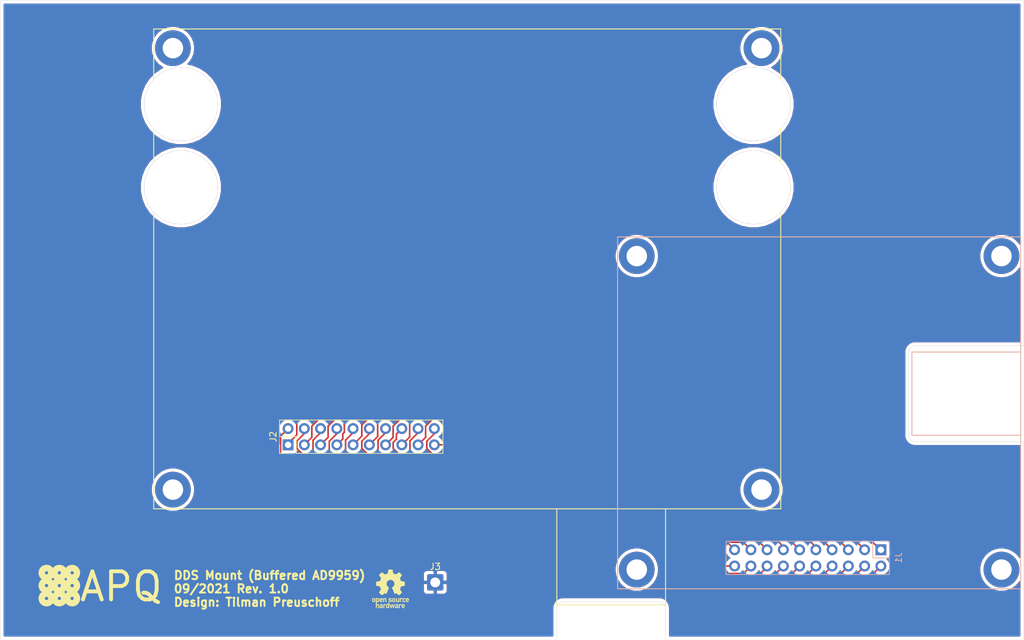
<source format=kicad_pcb>
(kicad_pcb (version 20171130) (host pcbnew "(5.1.9)-1")

  (general
    (thickness 1.6)
    (drawings 18)
    (tracks 159)
    (zones 0)
    (modules 5)
    (nets 22)
  )

  (page A4)
  (layers
    (0 F.Cu signal)
    (31 B.Cu signal)
    (32 B.Adhes user)
    (33 F.Adhes user)
    (34 B.Paste user)
    (35 F.Paste user)
    (36 B.SilkS user)
    (37 F.SilkS user)
    (38 B.Mask user)
    (39 F.Mask user)
    (40 Dwgs.User user)
    (41 Cmts.User user)
    (42 Eco1.User user)
    (43 Eco2.User user)
    (44 Edge.Cuts user)
    (45 Margin user)
    (46 B.CrtYd user)
    (47 F.CrtYd user)
    (48 B.Fab user)
    (49 F.Fab user)
  )

  (setup
    (last_trace_width 0.25)
    (trace_clearance 0.2)
    (zone_clearance 0.508)
    (zone_45_only no)
    (trace_min 0.2)
    (via_size 0.8)
    (via_drill 0.4)
    (via_min_size 0.4)
    (via_min_drill 0.3)
    (uvia_size 0.3)
    (uvia_drill 0.1)
    (uvias_allowed no)
    (uvia_min_size 0.2)
    (uvia_min_drill 0.1)
    (edge_width 0.05)
    (segment_width 0.2)
    (pcb_text_width 0.3)
    (pcb_text_size 1.5 1.5)
    (mod_edge_width 0.12)
    (mod_text_size 1 1)
    (mod_text_width 0.15)
    (pad_size 1.524 1.524)
    (pad_drill 0.762)
    (pad_to_mask_clearance 0)
    (aux_axis_origin 0 0)
    (visible_elements 7FFFFFFF)
    (pcbplotparams
      (layerselection 0x010fc_ffffffff)
      (usegerberextensions false)
      (usegerberattributes true)
      (usegerberadvancedattributes true)
      (creategerberjobfile true)
      (excludeedgelayer true)
      (linewidth 0.100000)
      (plotframeref false)
      (viasonmask false)
      (mode 1)
      (useauxorigin false)
      (hpglpennumber 1)
      (hpglpenspeed 20)
      (hpglpendiameter 15.000000)
      (psnegative false)
      (psa4output false)
      (plotreference true)
      (plotvalue true)
      (plotinvisibletext false)
      (padsonsilk false)
      (subtractmaskfromsilk false)
      (outputformat 1)
      (mirror false)
      (drillshape 0)
      (scaleselection 1)
      (outputdirectory "gerber/"))
  )

  (net 0 "")
  (net 1 "Net-(J1-Pad1)")
  (net 2 "Net-(J1-Pad2)")
  (net 3 "Net-(J1-Pad3)")
  (net 4 "Net-(J1-Pad4)")
  (net 5 "Net-(J1-Pad5)")
  (net 6 "Net-(J1-Pad6)")
  (net 7 "Net-(J1-Pad7)")
  (net 8 "Net-(J1-Pad8)")
  (net 9 "Net-(J1-Pad9)")
  (net 10 "Net-(J1-Pad10)")
  (net 11 "Net-(J1-Pad11)")
  (net 12 "Net-(J1-Pad12)")
  (net 13 "Net-(J1-Pad13)")
  (net 14 "Net-(J1-Pad14)")
  (net 15 "Net-(J1-Pad15)")
  (net 16 "Net-(J1-Pad16)")
  (net 17 "Net-(J1-Pad17)")
  (net 18 "Net-(J1-Pad18)")
  (net 19 "Net-(J1-Pad19)")
  (net 20 "Net-(J1-Pad20)")
  (net 21 GND)

  (net_class Default "This is the default net class."
    (clearance 0.2)
    (trace_width 0.25)
    (via_dia 0.8)
    (via_drill 0.4)
    (uvia_dia 0.3)
    (uvia_drill 0.1)
    (add_net GND)
    (add_net "Net-(J1-Pad1)")
    (add_net "Net-(J1-Pad10)")
    (add_net "Net-(J1-Pad11)")
    (add_net "Net-(J1-Pad12)")
    (add_net "Net-(J1-Pad13)")
    (add_net "Net-(J1-Pad14)")
    (add_net "Net-(J1-Pad15)")
    (add_net "Net-(J1-Pad16)")
    (add_net "Net-(J1-Pad17)")
    (add_net "Net-(J1-Pad18)")
    (add_net "Net-(J1-Pad19)")
    (add_net "Net-(J1-Pad2)")
    (add_net "Net-(J1-Pad20)")
    (add_net "Net-(J1-Pad3)")
    (add_net "Net-(J1-Pad4)")
    (add_net "Net-(J1-Pad5)")
    (add_net "Net-(J1-Pad6)")
    (add_net "Net-(J1-Pad7)")
    (add_net "Net-(J1-Pad8)")
    (add_net "Net-(J1-Pad9)")
  )

  (module Symbol:OSHW-Logo_5.7x6mm_SilkScreen (layer F.Cu) (tedit 0) (tstamp 61379765)
    (at 111 142)
    (descr "Open Source Hardware Logo")
    (tags "Logo OSHW")
    (attr virtual)
    (fp_text reference REF** (at 0 0) (layer F.SilkS) hide
      (effects (font (size 1 1) (thickness 0.15)))
    )
    (fp_text value OSHW-Logo_5.7x6mm_SilkScreen (at 0.75 0) (layer F.Fab) hide
      (effects (font (size 1 1) (thickness 0.15)))
    )
    (fp_poly (pts (xy -1.908759 1.469184) (xy -1.882247 1.482282) (xy -1.849553 1.505106) (xy -1.825725 1.529996)
      (xy -1.809406 1.561249) (xy -1.79924 1.603166) (xy -1.793872 1.660044) (xy -1.791944 1.736184)
      (xy -1.791831 1.768917) (xy -1.792161 1.840656) (xy -1.793527 1.891927) (xy -1.7965 1.927404)
      (xy -1.801649 1.951763) (xy -1.809543 1.96968) (xy -1.817757 1.981902) (xy -1.870187 2.033905)
      (xy -1.93193 2.065184) (xy -1.998536 2.074592) (xy -2.065558 2.06098) (xy -2.086792 2.051354)
      (xy -2.137624 2.024859) (xy -2.137624 2.440052) (xy -2.100525 2.420868) (xy -2.051643 2.406025)
      (xy -1.991561 2.402222) (xy -1.931564 2.409243) (xy -1.886256 2.425013) (xy -1.848675 2.455047)
      (xy -1.816564 2.498024) (xy -1.81415 2.502436) (xy -1.803967 2.523221) (xy -1.79653 2.54417)
      (xy -1.791411 2.569548) (xy -1.788181 2.603618) (xy -1.786413 2.650641) (xy -1.785677 2.714882)
      (xy -1.785544 2.787176) (xy -1.785544 3.017822) (xy -1.923861 3.017822) (xy -1.923861 2.592533)
      (xy -1.962549 2.559979) (xy -2.002738 2.53394) (xy -2.040797 2.529205) (xy -2.079066 2.541389)
      (xy -2.099462 2.55332) (xy -2.114642 2.570313) (xy -2.125438 2.595995) (xy -2.132683 2.633991)
      (xy -2.137208 2.687926) (xy -2.139844 2.761425) (xy -2.140772 2.810347) (xy -2.143911 3.011535)
      (xy -2.209926 3.015336) (xy -2.27594 3.019136) (xy -2.27594 1.77065) (xy -2.137624 1.77065)
      (xy -2.134097 1.840254) (xy -2.122215 1.888569) (xy -2.10002 1.918631) (xy -2.065559 1.933471)
      (xy -2.030742 1.936436) (xy -1.991329 1.933028) (xy -1.965171 1.919617) (xy -1.948814 1.901896)
      (xy -1.935937 1.882835) (xy -1.928272 1.861601) (xy -1.924861 1.831849) (xy -1.924749 1.787236)
      (xy -1.925897 1.74988) (xy -1.928532 1.693604) (xy -1.932456 1.656658) (xy -1.939063 1.633223)
      (xy -1.949749 1.61748) (xy -1.959833 1.60838) (xy -2.00197 1.588537) (xy -2.05184 1.585332)
      (xy -2.080476 1.592168) (xy -2.108828 1.616464) (xy -2.127609 1.663728) (xy -2.136712 1.733624)
      (xy -2.137624 1.77065) (xy -2.27594 1.77065) (xy -2.27594 1.458614) (xy -2.206782 1.458614)
      (xy -2.16526 1.460256) (xy -2.143838 1.466087) (xy -2.137626 1.477461) (xy -2.137624 1.477798)
      (xy -2.134742 1.488938) (xy -2.12203 1.487673) (xy -2.096757 1.475433) (xy -2.037869 1.456707)
      (xy -1.971615 1.454739) (xy -1.908759 1.469184)) (layer F.SilkS) (width 0.01))
    (fp_poly (pts (xy -1.38421 2.406555) (xy -1.325055 2.422339) (xy -1.280023 2.450948) (xy -1.248246 2.488419)
      (xy -1.238366 2.504411) (xy -1.231073 2.521163) (xy -1.225974 2.542592) (xy -1.222679 2.572616)
      (xy -1.220797 2.615154) (xy -1.219937 2.674122) (xy -1.219707 2.75344) (xy -1.219703 2.774484)
      (xy -1.219703 3.017822) (xy -1.280059 3.017822) (xy -1.318557 3.015126) (xy -1.347023 3.008295)
      (xy -1.354155 3.004083) (xy -1.373652 2.996813) (xy -1.393566 3.004083) (xy -1.426353 3.01316)
      (xy -1.473978 3.016813) (xy -1.526764 3.015228) (xy -1.575036 3.008589) (xy -1.603218 3.000072)
      (xy -1.657753 2.965063) (xy -1.691835 2.916479) (xy -1.707157 2.851882) (xy -1.707299 2.850223)
      (xy -1.705955 2.821566) (xy -1.584356 2.821566) (xy -1.573726 2.854161) (xy -1.55641 2.872505)
      (xy -1.521652 2.886379) (xy -1.475773 2.891917) (xy -1.428988 2.889191) (xy -1.391514 2.878274)
      (xy -1.381015 2.871269) (xy -1.362668 2.838904) (xy -1.35802 2.802111) (xy -1.35802 2.753763)
      (xy -1.427582 2.753763) (xy -1.493667 2.75885) (xy -1.543764 2.773263) (xy -1.574929 2.795729)
      (xy -1.584356 2.821566) (xy -1.705955 2.821566) (xy -1.703987 2.779647) (xy -1.68071 2.723845)
      (xy -1.636948 2.681647) (xy -1.630899 2.677808) (xy -1.604907 2.665309) (xy -1.572735 2.65774)
      (xy -1.52776 2.654061) (xy -1.474331 2.653216) (xy -1.35802 2.653169) (xy -1.35802 2.604411)
      (xy -1.362953 2.566581) (xy -1.375543 2.541236) (xy -1.377017 2.539887) (xy -1.405034 2.5288)
      (xy -1.447326 2.524503) (xy -1.494064 2.526615) (xy -1.535418 2.534756) (xy -1.559957 2.546965)
      (xy -1.573253 2.556746) (xy -1.587294 2.558613) (xy -1.606671 2.5506) (xy -1.635976 2.530739)
      (xy -1.679803 2.497063) (xy -1.683825 2.493909) (xy -1.681764 2.482236) (xy -1.664568 2.462822)
      (xy -1.638433 2.441248) (xy -1.609552 2.423096) (xy -1.600478 2.418809) (xy -1.56738 2.410256)
      (xy -1.51888 2.404155) (xy -1.464695 2.401708) (xy -1.462161 2.401703) (xy -1.38421 2.406555)) (layer F.SilkS) (width 0.01))
    (fp_poly (pts (xy -0.993356 2.40302) (xy -0.974539 2.40866) (xy -0.968473 2.421053) (xy -0.968218 2.426647)
      (xy -0.967129 2.44223) (xy -0.959632 2.444676) (xy -0.939381 2.433993) (xy -0.927351 2.426694)
      (xy -0.8894 2.411063) (xy -0.844072 2.403334) (xy -0.796544 2.40274) (xy -0.751995 2.408513)
      (xy -0.715602 2.419884) (xy -0.692543 2.436088) (xy -0.687996 2.456355) (xy -0.690291 2.461843)
      (xy -0.70702 2.484626) (xy -0.732963 2.512647) (xy -0.737655 2.517177) (xy -0.762383 2.538005)
      (xy -0.783718 2.544735) (xy -0.813555 2.540038) (xy -0.825508 2.536917) (xy -0.862705 2.529421)
      (xy -0.888859 2.532792) (xy -0.910946 2.544681) (xy -0.931178 2.560635) (xy -0.946079 2.5807)
      (xy -0.956434 2.608702) (xy -0.963029 2.648467) (xy -0.966649 2.703823) (xy -0.968078 2.778594)
      (xy -0.968218 2.82374) (xy -0.968218 3.017822) (xy -1.09396 3.017822) (xy -1.09396 2.401683)
      (xy -1.031089 2.401683) (xy -0.993356 2.40302)) (layer F.SilkS) (width 0.01))
    (fp_poly (pts (xy -0.201188 3.017822) (xy -0.270346 3.017822) (xy -0.310488 3.016645) (xy -0.331394 3.011772)
      (xy -0.338922 3.001186) (xy -0.339505 2.994029) (xy -0.340774 2.979676) (xy -0.348779 2.976923)
      (xy -0.369815 2.985771) (xy -0.386173 2.994029) (xy -0.448977 3.013597) (xy -0.517248 3.014729)
      (xy -0.572752 3.000135) (xy -0.624438 2.964877) (xy -0.663838 2.912835) (xy -0.685413 2.85145)
      (xy -0.685962 2.848018) (xy -0.689167 2.810571) (xy -0.690761 2.756813) (xy -0.690633 2.716155)
      (xy -0.553279 2.716155) (xy -0.550097 2.770194) (xy -0.542859 2.814735) (xy -0.53306 2.839888)
      (xy -0.495989 2.87426) (xy -0.451974 2.886582) (xy -0.406584 2.876618) (xy -0.367797 2.846895)
      (xy -0.353108 2.826905) (xy -0.344519 2.80305) (xy -0.340496 2.76823) (xy -0.339505 2.71593)
      (xy -0.341278 2.664139) (xy -0.345963 2.618634) (xy -0.352603 2.588181) (xy -0.35371 2.585452)
      (xy -0.380491 2.553) (xy -0.419579 2.535183) (xy -0.463315 2.532306) (xy -0.504038 2.544674)
      (xy -0.534087 2.572593) (xy -0.537204 2.578148) (xy -0.546961 2.612022) (xy -0.552277 2.660728)
      (xy -0.553279 2.716155) (xy -0.690633 2.716155) (xy -0.690568 2.69554) (xy -0.689664 2.662563)
      (xy -0.683514 2.580981) (xy -0.670733 2.51973) (xy -0.649471 2.474449) (xy -0.617878 2.440779)
      (xy -0.587207 2.421014) (xy -0.544354 2.40712) (xy -0.491056 2.402354) (xy -0.43648 2.406236)
      (xy -0.389792 2.418282) (xy -0.365124 2.432693) (xy -0.339505 2.455878) (xy -0.339505 2.162773)
      (xy -0.201188 2.162773) (xy -0.201188 3.017822)) (layer F.SilkS) (width 0.01))
    (fp_poly (pts (xy 0.281524 2.404237) (xy 0.331255 2.407971) (xy 0.461291 2.797773) (xy 0.481678 2.728614)
      (xy 0.493946 2.685874) (xy 0.510085 2.628115) (xy 0.527512 2.564625) (xy 0.536726 2.53057)
      (xy 0.571388 2.401683) (xy 0.714391 2.401683) (xy 0.671646 2.536857) (xy 0.650596 2.603342)
      (xy 0.625167 2.683539) (xy 0.59861 2.767193) (xy 0.574902 2.841782) (xy 0.520902 3.011535)
      (xy 0.462598 3.015328) (xy 0.404295 3.019122) (xy 0.372679 2.914734) (xy 0.353182 2.849889)
      (xy 0.331904 2.7784) (xy 0.313308 2.715263) (xy 0.312574 2.71275) (xy 0.298684 2.669969)
      (xy 0.286429 2.640779) (xy 0.277846 2.629741) (xy 0.276082 2.631018) (xy 0.269891 2.64813)
      (xy 0.258128 2.684787) (xy 0.242225 2.736378) (xy 0.223614 2.798294) (xy 0.213543 2.832352)
      (xy 0.159007 3.017822) (xy 0.043264 3.017822) (xy -0.049263 2.725471) (xy -0.075256 2.643462)
      (xy -0.098934 2.568987) (xy -0.11918 2.505544) (xy -0.134874 2.456632) (xy -0.144898 2.425749)
      (xy -0.147945 2.416726) (xy -0.145533 2.407487) (xy -0.126592 2.403441) (xy -0.087177 2.403846)
      (xy -0.081007 2.404152) (xy -0.007914 2.407971) (xy 0.039957 2.58401) (xy 0.057553 2.648211)
      (xy 0.073277 2.704649) (xy 0.085746 2.748422) (xy 0.093574 2.77463) (xy 0.09502 2.778903)
      (xy 0.101014 2.77399) (xy 0.113101 2.748532) (xy 0.129893 2.705997) (xy 0.150003 2.64985)
      (xy 0.167003 2.59913) (xy 0.231794 2.400504) (xy 0.281524 2.404237)) (layer F.SilkS) (width 0.01))
    (fp_poly (pts (xy 1.038411 2.405417) (xy 1.091411 2.41829) (xy 1.106731 2.42511) (xy 1.136428 2.442974)
      (xy 1.15922 2.463093) (xy 1.176083 2.488962) (xy 1.187998 2.524073) (xy 1.195942 2.57192)
      (xy 1.200894 2.635996) (xy 1.203831 2.719794) (xy 1.204947 2.775768) (xy 1.209052 3.017822)
      (xy 1.138932 3.017822) (xy 1.096393 3.016038) (xy 1.074476 3.009942) (xy 1.068812 2.999706)
      (xy 1.065821 2.988637) (xy 1.052451 2.990754) (xy 1.034233 2.999629) (xy 0.988624 3.013233)
      (xy 0.930007 3.016899) (xy 0.868354 3.010903) (xy 0.813638 2.995521) (xy 0.80873 2.993386)
      (xy 0.758723 2.958255) (xy 0.725756 2.909419) (xy 0.710587 2.852333) (xy 0.711746 2.831824)
      (xy 0.835508 2.831824) (xy 0.846413 2.859425) (xy 0.878745 2.879204) (xy 0.93091 2.889819)
      (xy 0.958787 2.891228) (xy 1.005247 2.88762) (xy 1.036129 2.873597) (xy 1.043664 2.866931)
      (xy 1.064076 2.830666) (xy 1.068812 2.797773) (xy 1.068812 2.753763) (xy 1.007513 2.753763)
      (xy 0.936256 2.757395) (xy 0.886276 2.768818) (xy 0.854696 2.788824) (xy 0.847626 2.797743)
      (xy 0.835508 2.831824) (xy 0.711746 2.831824) (xy 0.713971 2.792456) (xy 0.736663 2.735244)
      (xy 0.767624 2.69658) (xy 0.786376 2.679864) (xy 0.804733 2.668878) (xy 0.828619 2.66218)
      (xy 0.863957 2.658326) (xy 0.916669 2.655873) (xy 0.937577 2.655168) (xy 1.068812 2.650879)
      (xy 1.06862 2.611158) (xy 1.063537 2.569405) (xy 1.045162 2.544158) (xy 1.008039 2.52803)
      (xy 1.007043 2.527742) (xy 0.95441 2.5214) (xy 0.902906 2.529684) (xy 0.86463 2.549827)
      (xy 0.849272 2.559773) (xy 0.83273 2.558397) (xy 0.807275 2.543987) (xy 0.792328 2.533817)
      (xy 0.763091 2.512088) (xy 0.74498 2.4958) (xy 0.742074 2.491137) (xy 0.75404 2.467005)
      (xy 0.789396 2.438185) (xy 0.804753 2.428461) (xy 0.848901 2.411714) (xy 0.908398 2.402227)
      (xy 0.974487 2.400095) (xy 1.038411 2.405417)) (layer F.SilkS) (width 0.01))
    (fp_poly (pts (xy 1.635255 2.401486) (xy 1.683595 2.411015) (xy 1.711114 2.425125) (xy 1.740064 2.448568)
      (xy 1.698876 2.500571) (xy 1.673482 2.532064) (xy 1.656238 2.547428) (xy 1.639102 2.549776)
      (xy 1.614027 2.542217) (xy 1.602257 2.537941) (xy 1.55427 2.531631) (xy 1.510324 2.545156)
      (xy 1.47806 2.57571) (xy 1.472819 2.585452) (xy 1.467112 2.611258) (xy 1.462706 2.658817)
      (xy 1.459811 2.724758) (xy 1.458631 2.80571) (xy 1.458614 2.817226) (xy 1.458614 3.017822)
      (xy 1.320297 3.017822) (xy 1.320297 2.401683) (xy 1.389456 2.401683) (xy 1.429333 2.402725)
      (xy 1.450107 2.407358) (xy 1.457789 2.417849) (xy 1.458614 2.427745) (xy 1.458614 2.453806)
      (xy 1.491745 2.427745) (xy 1.529735 2.409965) (xy 1.58077 2.401174) (xy 1.635255 2.401486)) (layer F.SilkS) (width 0.01))
    (fp_poly (pts (xy 2.032581 2.40497) (xy 2.092685 2.420597) (xy 2.143021 2.452848) (xy 2.167393 2.47694)
      (xy 2.207345 2.533895) (xy 2.230242 2.599965) (xy 2.238108 2.681182) (xy 2.238148 2.687748)
      (xy 2.238218 2.753763) (xy 1.858264 2.753763) (xy 1.866363 2.788342) (xy 1.880987 2.819659)
      (xy 1.906581 2.852291) (xy 1.911935 2.8575) (xy 1.957943 2.885694) (xy 2.01041 2.890475)
      (xy 2.070803 2.871926) (xy 2.08104 2.866931) (xy 2.112439 2.851745) (xy 2.13347 2.843094)
      (xy 2.137139 2.842293) (xy 2.149948 2.850063) (xy 2.174378 2.869072) (xy 2.186779 2.87946)
      (xy 2.212476 2.903321) (xy 2.220915 2.919077) (xy 2.215058 2.933571) (xy 2.211928 2.937534)
      (xy 2.190725 2.954879) (xy 2.155738 2.975959) (xy 2.131337 2.988265) (xy 2.062072 3.009946)
      (xy 1.985388 3.016971) (xy 1.912765 3.008647) (xy 1.892426 3.002686) (xy 1.829476 2.968952)
      (xy 1.782815 2.917045) (xy 1.752173 2.846459) (xy 1.737282 2.756692) (xy 1.735647 2.709753)
      (xy 1.740421 2.641413) (xy 1.86099 2.641413) (xy 1.872652 2.646465) (xy 1.903998 2.650429)
      (xy 1.949571 2.652768) (xy 1.980446 2.653169) (xy 2.035981 2.652783) (xy 2.071033 2.650975)
      (xy 2.090262 2.646773) (xy 2.09833 2.639203) (xy 2.099901 2.628218) (xy 2.089121 2.594381)
      (xy 2.06198 2.56094) (xy 2.026277 2.535272) (xy 1.99056 2.524772) (xy 1.942048 2.534086)
      (xy 1.900053 2.561013) (xy 1.870936 2.599827) (xy 1.86099 2.641413) (xy 1.740421 2.641413)
      (xy 1.742599 2.610236) (xy 1.764055 2.530949) (xy 1.80047 2.471263) (xy 1.852297 2.430549)
      (xy 1.91999 2.408179) (xy 1.956662 2.403871) (xy 2.032581 2.40497)) (layer F.SilkS) (width 0.01))
    (fp_poly (pts (xy -2.538261 1.465148) (xy -2.472479 1.494231) (xy -2.42254 1.542793) (xy -2.388374 1.610908)
      (xy -2.369907 1.698651) (xy -2.368583 1.712351) (xy -2.367546 1.808939) (xy -2.380993 1.893602)
      (xy -2.408108 1.962221) (xy -2.422627 1.984294) (xy -2.473201 2.031011) (xy -2.537609 2.061268)
      (xy -2.609666 2.073824) (xy -2.683185 2.067439) (xy -2.739072 2.047772) (xy -2.787132 2.014629)
      (xy -2.826412 1.971175) (xy -2.827092 1.970158) (xy -2.843044 1.943338) (xy -2.85341 1.916368)
      (xy -2.859688 1.882332) (xy -2.863373 1.83431) (xy -2.864997 1.794931) (xy -2.865672 1.759219)
      (xy -2.739955 1.759219) (xy -2.738726 1.79477) (xy -2.734266 1.842094) (xy -2.726397 1.872465)
      (xy -2.712207 1.894072) (xy -2.698917 1.906694) (xy -2.651802 1.933122) (xy -2.602505 1.936653)
      (xy -2.556593 1.917639) (xy -2.533638 1.896331) (xy -2.517096 1.874859) (xy -2.507421 1.854313)
      (xy -2.503174 1.827574) (xy -2.50292 1.787523) (xy -2.504228 1.750638) (xy -2.507043 1.697947)
      (xy -2.511505 1.663772) (xy -2.519548 1.64148) (xy -2.533103 1.624442) (xy -2.543845 1.614703)
      (xy -2.588777 1.589123) (xy -2.637249 1.587847) (xy -2.677894 1.602999) (xy -2.712567 1.634642)
      (xy -2.733224 1.68662) (xy -2.739955 1.759219) (xy -2.865672 1.759219) (xy -2.866479 1.716621)
      (xy -2.863948 1.658056) (xy -2.856362 1.614007) (xy -2.842681 1.579248) (xy -2.821865 1.548551)
      (xy -2.814147 1.539436) (xy -2.765889 1.494021) (xy -2.714128 1.467493) (xy -2.650828 1.456379)
      (xy -2.619961 1.455471) (xy -2.538261 1.465148)) (layer F.SilkS) (width 0.01))
    (fp_poly (pts (xy -1.356699 1.472614) (xy -1.344168 1.478514) (xy -1.300799 1.510283) (xy -1.25979 1.556646)
      (xy -1.229168 1.607696) (xy -1.220459 1.631166) (xy -1.212512 1.673091) (xy -1.207774 1.723757)
      (xy -1.207199 1.744679) (xy -1.207129 1.810693) (xy -1.587083 1.810693) (xy -1.578983 1.845273)
      (xy -1.559104 1.88617) (xy -1.524347 1.921514) (xy -1.482998 1.944282) (xy -1.456649 1.94901)
      (xy -1.420916 1.943273) (xy -1.378282 1.928882) (xy -1.363799 1.922262) (xy -1.31024 1.895513)
      (xy -1.264533 1.930376) (xy -1.238158 1.953955) (xy -1.224124 1.973417) (xy -1.223414 1.979129)
      (xy -1.235951 1.992973) (xy -1.263428 2.014012) (xy -1.288366 2.030425) (xy -1.355664 2.05993)
      (xy -1.43111 2.073284) (xy -1.505888 2.069812) (xy -1.565495 2.051663) (xy -1.626941 2.012784)
      (xy -1.670608 1.961595) (xy -1.697926 1.895367) (xy -1.710322 1.811371) (xy -1.711421 1.772936)
      (xy -1.707022 1.684861) (xy -1.706482 1.682299) (xy -1.580582 1.682299) (xy -1.577115 1.690558)
      (xy -1.562863 1.695113) (xy -1.53347 1.697065) (xy -1.484575 1.697517) (xy -1.465748 1.697525)
      (xy -1.408467 1.696843) (xy -1.372141 1.694364) (xy -1.352604 1.689443) (xy -1.34569 1.681434)
      (xy -1.345445 1.678862) (xy -1.353336 1.658423) (xy -1.373085 1.629789) (xy -1.381575 1.619763)
      (xy -1.413094 1.591408) (xy -1.445949 1.580259) (xy -1.463651 1.579327) (xy -1.511539 1.590981)
      (xy -1.551699 1.622285) (xy -1.577173 1.667752) (xy -1.577625 1.669233) (xy -1.580582 1.682299)
      (xy -1.706482 1.682299) (xy -1.692392 1.61551) (xy -1.666038 1.560025) (xy -1.633807 1.520639)
      (xy -1.574217 1.477931) (xy -1.504168 1.455109) (xy -1.429661 1.453046) (xy -1.356699 1.472614)) (layer F.SilkS) (width 0.01))
    (fp_poly (pts (xy 0.014017 1.456452) (xy 0.061634 1.465482) (xy 0.111034 1.48437) (xy 0.116312 1.486777)
      (xy 0.153774 1.506476) (xy 0.179717 1.524781) (xy 0.188103 1.536508) (xy 0.180117 1.555632)
      (xy 0.16072 1.58385) (xy 0.15211 1.594384) (xy 0.116628 1.635847) (xy 0.070885 1.608858)
      (xy 0.02735 1.590878) (xy -0.02295 1.581267) (xy -0.071188 1.58066) (xy -0.108533 1.589691)
      (xy -0.117495 1.595327) (xy -0.134563 1.621171) (xy -0.136637 1.650941) (xy -0.123866 1.674197)
      (xy -0.116312 1.678708) (xy -0.093675 1.684309) (xy -0.053885 1.690892) (xy -0.004834 1.697183)
      (xy 0.004215 1.69817) (xy 0.082996 1.711798) (xy 0.140136 1.734946) (xy 0.17803 1.769752)
      (xy 0.199079 1.818354) (xy 0.205635 1.877718) (xy 0.196577 1.945198) (xy 0.167164 1.998188)
      (xy 0.117278 2.036783) (xy 0.0468 2.061081) (xy -0.031435 2.070667) (xy -0.095234 2.070552)
      (xy -0.146984 2.061845) (xy -0.182327 2.049825) (xy -0.226983 2.02888) (xy -0.268253 2.004574)
      (xy -0.282921 1.993876) (xy -0.320643 1.963084) (xy -0.275148 1.917049) (xy -0.229653 1.871013)
      (xy -0.177928 1.905243) (xy -0.126048 1.930952) (xy -0.070649 1.944399) (xy -0.017395 1.945818)
      (xy 0.028049 1.935443) (xy 0.060016 1.913507) (xy 0.070338 1.894998) (xy 0.068789 1.865314)
      (xy 0.04314 1.842615) (xy -0.00654 1.82694) (xy -0.060969 1.819695) (xy -0.144736 1.805873)
      (xy -0.206967 1.779796) (xy -0.248493 1.740699) (xy -0.270147 1.68782) (xy -0.273147 1.625126)
      (xy -0.258329 1.559642) (xy -0.224546 1.510144) (xy -0.171495 1.476408) (xy -0.098874 1.458207)
      (xy -0.045072 1.454639) (xy 0.014017 1.456452)) (layer F.SilkS) (width 0.01))
    (fp_poly (pts (xy 0.610762 1.466055) (xy 0.674363 1.500692) (xy 0.724123 1.555372) (xy 0.747568 1.599842)
      (xy 0.757634 1.639121) (xy 0.764156 1.695116) (xy 0.766951 1.759621) (xy 0.765836 1.824429)
      (xy 0.760626 1.881334) (xy 0.754541 1.911727) (xy 0.734014 1.953306) (xy 0.698463 1.997468)
      (xy 0.655619 2.036087) (xy 0.613211 2.061034) (xy 0.612177 2.06143) (xy 0.559553 2.072331)
      (xy 0.497188 2.072601) (xy 0.437924 2.062676) (xy 0.41504 2.054722) (xy 0.356102 2.0213)
      (xy 0.31389 1.977511) (xy 0.286156 1.919538) (xy 0.270651 1.843565) (xy 0.267143 1.803771)
      (xy 0.26759 1.753766) (xy 0.402376 1.753766) (xy 0.406917 1.826732) (xy 0.419986 1.882334)
      (xy 0.440756 1.917861) (xy 0.455552 1.92802) (xy 0.493464 1.935104) (xy 0.538527 1.933007)
      (xy 0.577487 1.922812) (xy 0.587704 1.917204) (xy 0.614659 1.884538) (xy 0.632451 1.834545)
      (xy 0.640024 1.773705) (xy 0.636325 1.708497) (xy 0.628057 1.669253) (xy 0.60432 1.623805)
      (xy 0.566849 1.595396) (xy 0.52172 1.585573) (xy 0.475011 1.595887) (xy 0.439132 1.621112)
      (xy 0.420277 1.641925) (xy 0.409272 1.662439) (xy 0.404026 1.690203) (xy 0.402449 1.732762)
      (xy 0.402376 1.753766) (xy 0.26759 1.753766) (xy 0.268094 1.69758) (xy 0.285388 1.610501)
      (xy 0.319029 1.54253) (xy 0.369018 1.493664) (xy 0.435356 1.463899) (xy 0.449601 1.460448)
      (xy 0.53521 1.452345) (xy 0.610762 1.466055)) (layer F.SilkS) (width 0.01))
    (fp_poly (pts (xy 0.993367 1.654342) (xy 0.994555 1.746563) (xy 0.998897 1.81661) (xy 1.007558 1.867381)
      (xy 1.021704 1.901772) (xy 1.0425 1.922679) (xy 1.07111 1.933) (xy 1.106535 1.935636)
      (xy 1.143636 1.932682) (xy 1.171818 1.921889) (xy 1.192243 1.90036) (xy 1.206079 1.865199)
      (xy 1.214491 1.81351) (xy 1.218643 1.742394) (xy 1.219703 1.654342) (xy 1.219703 1.458614)
      (xy 1.35802 1.458614) (xy 1.35802 2.062179) (xy 1.288862 2.062179) (xy 1.24717 2.060489)
      (xy 1.225701 2.054556) (xy 1.219703 2.043293) (xy 1.216091 2.033261) (xy 1.201714 2.035383)
      (xy 1.172736 2.04958) (xy 1.106319 2.07148) (xy 1.035875 2.069928) (xy 0.968377 2.046147)
      (xy 0.936233 2.027362) (xy 0.911715 2.007022) (xy 0.893804 1.981573) (xy 0.881479 1.947458)
      (xy 0.873723 1.901121) (xy 0.869516 1.839007) (xy 0.86784 1.757561) (xy 0.867624 1.694578)
      (xy 0.867624 1.458614) (xy 0.993367 1.458614) (xy 0.993367 1.654342)) (layer F.SilkS) (width 0.01))
    (fp_poly (pts (xy 2.217226 1.46388) (xy 2.29008 1.49483) (xy 2.313027 1.509895) (xy 2.342354 1.533048)
      (xy 2.360764 1.551253) (xy 2.363961 1.557183) (xy 2.354935 1.57034) (xy 2.331837 1.592667)
      (xy 2.313344 1.60825) (xy 2.262728 1.648926) (xy 2.22276 1.615295) (xy 2.191874 1.593584)
      (xy 2.161759 1.58609) (xy 2.127292 1.58792) (xy 2.072561 1.601528) (xy 2.034886 1.629772)
      (xy 2.011991 1.675433) (xy 2.001597 1.741289) (xy 2.001595 1.741331) (xy 2.002494 1.814939)
      (xy 2.016463 1.868946) (xy 2.044328 1.905716) (xy 2.063325 1.918168) (xy 2.113776 1.933673)
      (xy 2.167663 1.933683) (xy 2.214546 1.918638) (xy 2.225644 1.911287) (xy 2.253476 1.892511)
      (xy 2.275236 1.889434) (xy 2.298704 1.903409) (xy 2.324649 1.92851) (xy 2.365716 1.97088)
      (xy 2.320121 2.008464) (xy 2.249674 2.050882) (xy 2.170233 2.071785) (xy 2.087215 2.070272)
      (xy 2.032694 2.056411) (xy 1.96897 2.022135) (xy 1.918005 1.968212) (xy 1.894851 1.930149)
      (xy 1.876099 1.875536) (xy 1.866715 1.806369) (xy 1.866643 1.731407) (xy 1.875824 1.659409)
      (xy 1.894199 1.599137) (xy 1.897093 1.592958) (xy 1.939952 1.532351) (xy 1.997979 1.488224)
      (xy 2.066591 1.461493) (xy 2.141201 1.453073) (xy 2.217226 1.46388)) (layer F.SilkS) (width 0.01))
    (fp_poly (pts (xy 2.677898 1.456457) (xy 2.710096 1.464279) (xy 2.771825 1.492921) (xy 2.82461 1.536667)
      (xy 2.861141 1.589117) (xy 2.86616 1.600893) (xy 2.873045 1.63174) (xy 2.877864 1.677371)
      (xy 2.879505 1.723492) (xy 2.879505 1.810693) (xy 2.697178 1.810693) (xy 2.621979 1.810978)
      (xy 2.569003 1.812704) (xy 2.535325 1.817181) (xy 2.51802 1.82572) (xy 2.514163 1.83963)
      (xy 2.520829 1.860222) (xy 2.53277 1.884315) (xy 2.56608 1.924525) (xy 2.612368 1.944558)
      (xy 2.668944 1.943905) (xy 2.733031 1.922101) (xy 2.788417 1.895193) (xy 2.834375 1.931532)
      (xy 2.880333 1.967872) (xy 2.837096 2.007819) (xy 2.779374 2.045563) (xy 2.708386 2.06832)
      (xy 2.632029 2.074688) (xy 2.558199 2.063268) (xy 2.546287 2.059393) (xy 2.481399 2.025506)
      (xy 2.43313 1.974986) (xy 2.400465 1.906325) (xy 2.382385 1.818014) (xy 2.382175 1.816121)
      (xy 2.380556 1.719878) (xy 2.3871 1.685542) (xy 2.514852 1.685542) (xy 2.526584 1.690822)
      (xy 2.558438 1.694867) (xy 2.605397 1.697176) (xy 2.635154 1.697525) (xy 2.690648 1.697306)
      (xy 2.725346 1.695916) (xy 2.743601 1.692251) (xy 2.749766 1.68521) (xy 2.748195 1.67369)
      (xy 2.746878 1.669233) (xy 2.724382 1.627355) (xy 2.689003 1.593604) (xy 2.65778 1.578773)
      (xy 2.616301 1.579668) (xy 2.574269 1.598164) (xy 2.539012 1.628786) (xy 2.517854 1.666062)
      (xy 2.514852 1.685542) (xy 2.3871 1.685542) (xy 2.39669 1.635229) (xy 2.428698 1.564191)
      (xy 2.474701 1.508779) (xy 2.532821 1.471009) (xy 2.60118 1.452896) (xy 2.677898 1.456457)) (layer F.SilkS) (width 0.01))
    (fp_poly (pts (xy -0.754012 1.469002) (xy -0.722717 1.48395) (xy -0.692409 1.505541) (xy -0.669318 1.530391)
      (xy -0.6525 1.562087) (xy -0.641006 1.604214) (xy -0.633891 1.660358) (xy -0.630207 1.734106)
      (xy -0.629008 1.829044) (xy -0.628989 1.838985) (xy -0.628713 2.062179) (xy -0.76703 2.062179)
      (xy -0.76703 1.856418) (xy -0.767128 1.780189) (xy -0.767809 1.724939) (xy -0.769651 1.686501)
      (xy -0.773233 1.660706) (xy -0.779132 1.643384) (xy -0.787927 1.630368) (xy -0.80018 1.617507)
      (xy -0.843047 1.589873) (xy -0.889843 1.584745) (xy -0.934424 1.602217) (xy -0.949928 1.615221)
      (xy -0.96131 1.627447) (xy -0.969481 1.64054) (xy -0.974974 1.658615) (xy -0.97832 1.685787)
      (xy -0.980051 1.72617) (xy -0.980697 1.783879) (xy -0.980792 1.854132) (xy -0.980792 2.062179)
      (xy -1.119109 2.062179) (xy -1.119109 1.458614) (xy -1.04995 1.458614) (xy -1.008428 1.460256)
      (xy -0.987006 1.466087) (xy -0.980795 1.477461) (xy -0.980792 1.477798) (xy -0.97791 1.488938)
      (xy -0.965199 1.487674) (xy -0.939926 1.475434) (xy -0.882605 1.457424) (xy -0.817037 1.455421)
      (xy -0.754012 1.469002)) (layer F.SilkS) (width 0.01))
    (fp_poly (pts (xy 1.79946 1.45803) (xy 1.842711 1.471245) (xy 1.870558 1.487941) (xy 1.879629 1.501145)
      (xy 1.877132 1.516797) (xy 1.860931 1.541385) (xy 1.847232 1.5588) (xy 1.818992 1.590283)
      (xy 1.797775 1.603529) (xy 1.779688 1.602664) (xy 1.726035 1.58901) (xy 1.68663 1.58963)
      (xy 1.654632 1.605104) (xy 1.64389 1.614161) (xy 1.609505 1.646027) (xy 1.609505 2.062179)
      (xy 1.471188 2.062179) (xy 1.471188 1.458614) (xy 1.540347 1.458614) (xy 1.581869 1.460256)
      (xy 1.603291 1.466087) (xy 1.609502 1.477461) (xy 1.609505 1.477798) (xy 1.612439 1.489713)
      (xy 1.625704 1.488159) (xy 1.644084 1.479563) (xy 1.682046 1.463568) (xy 1.712872 1.453945)
      (xy 1.752536 1.451478) (xy 1.79946 1.45803)) (layer F.SilkS) (width 0.01))
    (fp_poly (pts (xy 0.376964 -2.709982) (xy 0.433812 -2.40843) (xy 0.853338 -2.235488) (xy 1.104984 -2.406605)
      (xy 1.175458 -2.45425) (xy 1.239163 -2.49679) (xy 1.293126 -2.532285) (xy 1.334373 -2.55879)
      (xy 1.359934 -2.574364) (xy 1.366895 -2.577722) (xy 1.379435 -2.569086) (xy 1.406231 -2.545208)
      (xy 1.44428 -2.509141) (xy 1.490579 -2.463933) (xy 1.542123 -2.412636) (xy 1.595909 -2.358299)
      (xy 1.648935 -2.303972) (xy 1.698195 -2.252705) (xy 1.740687 -2.207549) (xy 1.773407 -2.171554)
      (xy 1.793351 -2.14777) (xy 1.798119 -2.13981) (xy 1.791257 -2.125135) (xy 1.77202 -2.092986)
      (xy 1.74243 -2.046508) (xy 1.70451 -1.988844) (xy 1.660282 -1.92314) (xy 1.634654 -1.885664)
      (xy 1.587941 -1.817232) (xy 1.546432 -1.75548) (xy 1.51214 -1.703481) (xy 1.48708 -1.664308)
      (xy 1.473264 -1.641035) (xy 1.471188 -1.636145) (xy 1.475895 -1.622245) (xy 1.488723 -1.58985)
      (xy 1.507738 -1.543515) (xy 1.531003 -1.487794) (xy 1.556584 -1.427242) (xy 1.582545 -1.366414)
      (xy 1.60695 -1.309864) (xy 1.627863 -1.262148) (xy 1.643349 -1.227819) (xy 1.651472 -1.211432)
      (xy 1.651952 -1.210788) (xy 1.664707 -1.207659) (xy 1.698677 -1.200679) (xy 1.75034 -1.190533)
      (xy 1.816176 -1.177908) (xy 1.892664 -1.163491) (xy 1.93729 -1.155177) (xy 2.019021 -1.139616)
      (xy 2.092843 -1.124808) (xy 2.155021 -1.111564) (xy 2.201822 -1.100695) (xy 2.229509 -1.093011)
      (xy 2.235074 -1.090573) (xy 2.240526 -1.07407) (xy 2.244924 -1.0368) (xy 2.248272 -0.98312)
      (xy 2.250574 -0.917388) (xy 2.251832 -0.843963) (xy 2.252048 -0.767204) (xy 2.251227 -0.691468)
      (xy 2.249371 -0.621114) (xy 2.246482 -0.5605) (xy 2.242565 -0.513984) (xy 2.237622 -0.485925)
      (xy 2.234657 -0.480084) (xy 2.216934 -0.473083) (xy 2.179381 -0.463073) (xy 2.126964 -0.451231)
      (xy 2.064652 -0.438733) (xy 2.0429 -0.43469) (xy 1.938024 -0.41548) (xy 1.85518 -0.400009)
      (xy 1.79163 -0.387663) (xy 1.744637 -0.377827) (xy 1.711463 -0.369886) (xy 1.689371 -0.363224)
      (xy 1.675624 -0.357227) (xy 1.667484 -0.351281) (xy 1.666345 -0.350106) (xy 1.654977 -0.331174)
      (xy 1.637635 -0.294331) (xy 1.61605 -0.244087) (xy 1.591954 -0.184954) (xy 1.567079 -0.121444)
      (xy 1.543157 -0.058068) (xy 1.521919 0.000662) (xy 1.505097 0.050235) (xy 1.494422 0.086139)
      (xy 1.491627 0.103862) (xy 1.49186 0.104483) (xy 1.501331 0.11897) (xy 1.522818 0.150844)
      (xy 1.554063 0.196789) (xy 1.592807 0.253485) (xy 1.636793 0.317617) (xy 1.649319 0.335842)
      (xy 1.693984 0.401914) (xy 1.733288 0.4622) (xy 1.765088 0.513235) (xy 1.787245 0.55156)
      (xy 1.797617 0.573711) (xy 1.798119 0.576432) (xy 1.789405 0.590736) (xy 1.765325 0.619072)
      (xy 1.728976 0.658396) (xy 1.683453 0.705661) (xy 1.631852 0.757823) (xy 1.577267 0.811835)
      (xy 1.522794 0.864653) (xy 1.471529 0.913231) (xy 1.426567 0.954523) (xy 1.391004 0.985485)
      (xy 1.367935 1.00307) (xy 1.361554 1.005941) (xy 1.346699 0.999178) (xy 1.316286 0.980939)
      (xy 1.275268 0.954297) (xy 1.243709 0.932852) (xy 1.186525 0.893503) (xy 1.118806 0.847171)
      (xy 1.05088 0.800913) (xy 1.014361 0.776155) (xy 0.890752 0.692547) (xy 0.786991 0.74865)
      (xy 0.73972 0.773228) (xy 0.699523 0.792331) (xy 0.672326 0.803227) (xy 0.665402 0.804743)
      (xy 0.657077 0.793549) (xy 0.640654 0.761917) (xy 0.617357 0.712765) (xy 0.588414 0.64901)
      (xy 0.55505 0.573571) (xy 0.518491 0.489364) (xy 0.479964 0.399308) (xy 0.440694 0.306321)
      (xy 0.401908 0.21332) (xy 0.36483 0.123223) (xy 0.330689 0.038948) (xy 0.300708 -0.036587)
      (xy 0.276116 -0.100466) (xy 0.258136 -0.149769) (xy 0.247997 -0.181579) (xy 0.246366 -0.192504)
      (xy 0.259291 -0.206439) (xy 0.287589 -0.22906) (xy 0.325346 -0.255667) (xy 0.328515 -0.257772)
      (xy 0.4261 -0.335886) (xy 0.504786 -0.427018) (xy 0.563891 -0.528255) (xy 0.602732 -0.636682)
      (xy 0.620628 -0.749386) (xy 0.616897 -0.863452) (xy 0.590857 -0.975966) (xy 0.541825 -1.084015)
      (xy 0.5274 -1.107655) (xy 0.452369 -1.203113) (xy 0.36373 -1.279768) (xy 0.264549 -1.33722)
      (xy 0.157895 -1.375071) (xy 0.046836 -1.392922) (xy -0.065561 -1.390375) (xy -0.176227 -1.36703)
      (xy -0.282094 -1.32249) (xy -0.380095 -1.256355) (xy -0.41041 -1.229513) (xy -0.487562 -1.145488)
      (xy -0.543782 -1.057034) (xy -0.582347 -0.957885) (xy -0.603826 -0.859697) (xy -0.609128 -0.749303)
      (xy -0.591448 -0.63836) (xy -0.552581 -0.530619) (xy -0.494323 -0.429831) (xy -0.418469 -0.339744)
      (xy -0.326817 -0.264108) (xy -0.314772 -0.256136) (xy -0.276611 -0.230026) (xy -0.247601 -0.207405)
      (xy -0.233732 -0.192961) (xy -0.233531 -0.192504) (xy -0.236508 -0.176879) (xy -0.248311 -0.141418)
      (xy -0.267714 -0.089038) (xy -0.293488 -0.022655) (xy -0.324409 0.054814) (xy -0.359249 0.14045)
      (xy -0.396783 0.231337) (xy -0.435783 0.324559) (xy -0.475023 0.417197) (xy -0.513276 0.506335)
      (xy -0.549317 0.589055) (xy -0.581917 0.662441) (xy -0.609852 0.723575) (xy -0.631895 0.769541)
      (xy -0.646818 0.797421) (xy -0.652828 0.804743) (xy -0.671191 0.799041) (xy -0.705552 0.783749)
      (xy -0.749984 0.761599) (xy -0.774417 0.74865) (xy -0.878178 0.692547) (xy -1.001787 0.776155)
      (xy -1.064886 0.818987) (xy -1.13397 0.866122) (xy -1.198707 0.910503) (xy -1.231134 0.932852)
      (xy -1.276741 0.963477) (xy -1.31536 0.987747) (xy -1.341952 1.002587) (xy -1.35059 1.005724)
      (xy -1.363161 0.997261) (xy -1.390984 0.973636) (xy -1.431361 0.937302) (xy -1.481595 0.890711)
      (xy -1.538988 0.836317) (xy -1.575286 0.801392) (xy -1.63879 0.738996) (xy -1.693673 0.683188)
      (xy -1.737714 0.636354) (xy -1.768695 0.600882) (xy -1.784398 0.579161) (xy -1.785905 0.574752)
      (xy -1.778914 0.557985) (xy -1.759594 0.524082) (xy -1.730091 0.476476) (xy -1.692545 0.418599)
      (xy -1.6491 0.353884) (xy -1.636745 0.335842) (xy -1.591727 0.270267) (xy -1.55134 0.211228)
      (xy -1.51784 0.162042) (xy -1.493486 0.126028) (xy -1.480536 0.106502) (xy -1.479285 0.104483)
      (xy -1.481156 0.088922) (xy -1.491087 0.054709) (xy -1.507347 0.006355) (xy -1.528205 -0.051629)
      (xy -1.551927 -0.11473) (xy -1.576784 -0.178437) (xy -1.601042 -0.238239) (xy -1.622971 -0.289624)
      (xy -1.640838 -0.328081) (xy -1.652913 -0.349098) (xy -1.653771 -0.350106) (xy -1.661154 -0.356112)
      (xy -1.673625 -0.362052) (xy -1.69392 -0.36854) (xy -1.724778 -0.376191) (xy -1.768934 -0.38562)
      (xy -1.829126 -0.397441) (xy -1.908093 -0.412271) (xy -2.00857 -0.430723) (xy -2.030325 -0.43469)
      (xy -2.094802 -0.447147) (xy -2.151011 -0.459334) (xy -2.193987 -0.470074) (xy -2.21876 -0.478191)
      (xy -2.222082 -0.480084) (xy -2.227556 -0.496862) (xy -2.232006 -0.534355) (xy -2.235428 -0.588206)
      (xy -2.237819 -0.654056) (xy -2.239177 -0.727547) (xy -2.239499 -0.80432) (xy -2.238781 -0.880017)
      (xy -2.237021 -0.95028) (xy -2.234216 -1.01075) (xy -2.230362 -1.05707) (xy -2.225457 -1.084881)
      (xy -2.2225 -1.090573) (xy -2.206037 -1.096314) (xy -2.168551 -1.105655) (xy -2.113775 -1.117785)
      (xy -2.045445 -1.131893) (xy -1.967294 -1.14717) (xy -1.924716 -1.155177) (xy -1.843929 -1.170279)
      (xy -1.771887 -1.18396) (xy -1.712111 -1.195533) (xy -1.668121 -1.204313) (xy -1.643439 -1.209613)
      (xy -1.639377 -1.210788) (xy -1.632511 -1.224035) (xy -1.617998 -1.255943) (xy -1.597771 -1.301953)
      (xy -1.573766 -1.357508) (xy -1.547918 -1.418047) (xy -1.52216 -1.479014) (xy -1.498427 -1.535849)
      (xy -1.478654 -1.583994) (xy -1.464776 -1.61889) (xy -1.458726 -1.635979) (xy -1.458614 -1.636726)
      (xy -1.465472 -1.650207) (xy -1.484698 -1.68123) (xy -1.514272 -1.726711) (xy -1.552173 -1.783568)
      (xy -1.59638 -1.848717) (xy -1.622079 -1.886138) (xy -1.668907 -1.954753) (xy -1.710499 -2.017048)
      (xy -1.744825 -2.069871) (xy -1.769857 -2.110073) (xy -1.783565 -2.1345) (xy -1.785544 -2.139976)
      (xy -1.777034 -2.152722) (xy -1.753507 -2.179937) (xy -1.717968 -2.218572) (xy -1.673423 -2.265577)
      (xy -1.622877 -2.317905) (xy -1.569336 -2.372505) (xy -1.515805 -2.42633) (xy -1.465289 -2.47633)
      (xy -1.420794 -2.519457) (xy -1.385325 -2.552661) (xy -1.361887 -2.572894) (xy -1.354046 -2.577722)
      (xy -1.34128 -2.570933) (xy -1.310744 -2.551858) (xy -1.26541 -2.522439) (xy -1.208244 -2.484619)
      (xy -1.142216 -2.440339) (xy -1.09241 -2.406605) (xy -0.840764 -2.235488) (xy -0.631001 -2.321959)
      (xy -0.421237 -2.40843) (xy -0.364389 -2.709982) (xy -0.30754 -3.011534) (xy 0.320115 -3.011534)
      (xy 0.376964 -2.709982)) (layer F.SilkS) (width 0.01))
  )

  (module APQ_logo:APQ-Logo (layer F.Cu) (tedit 5E2FF9BB) (tstamp 613794E2)
    (at 57 139)
    (fp_text reference REF** (at 0 0.5) (layer F.SilkS) hide
      (effects (font (size 1 1) (thickness 0.15)))
    )
    (fp_text value APQ-Logo (at 0 4.58) (layer F.Fab)
      (effects (font (size 1 1) (thickness 0.15)))
    )
    (fp_text user APQ (at 11.91 2.66) (layer F.SilkS)
      (effects (font (size 4.4 4.4) (thickness 0.6)))
    )
    (fp_circle (center 4.25 0.5) (end 4.504 0.5) (layer F.SilkS) (width 1))
    (fp_circle (center 0.25 0.5) (end 0.504 0.5) (layer F.SilkS) (width 1))
    (fp_circle (center 2.25 0.5) (end 2.504 0.5) (layer F.SilkS) (width 1))
    (fp_circle (center 0.25 2.5) (end 0.504 2.5) (layer F.SilkS) (width 1))
    (fp_circle (center 2.25 2.5) (end 2.504 2.5) (layer F.SilkS) (width 1))
    (fp_circle (center 4.25 2.5) (end 4.504 2.5) (layer F.SilkS) (width 1))
    (fp_circle (center 4.25 4.5) (end 4.504 4.5) (layer F.SilkS) (width 1))
    (fp_circle (center 2.25 4.5) (end 2.504 4.5) (layer F.SilkS) (width 1))
    (fp_circle (center 0.25 4.5) (end 0.504 4.5) (layer F.SilkS) (width 1))
  )

  (module AD9959_buffered:USB_board (layer B.Cu) (tedit 612B66F2) (tstamp 612B73D0)
    (at 146.5 142)
    (path /612C2EE8)
    (fp_text reference J1 (at 43.92 -4.83 -270) (layer B.SilkS)
      (effects (font (size 1 1) (thickness 0.15)) (justify mirror))
    )
    (fp_text value USB (at -1.325 -1.45 90) (layer B.Fab)
      (effects (font (size 1 1) (thickness 0.15)) (justify mirror))
    )
    (fp_line (start 46 -24) (end 63 -24) (layer B.SilkS) (width 0.15))
    (fp_line (start 46 -37) (end 46 -24) (layer B.SilkS) (width 0.15))
    (fp_line (start 63 -37) (end 46 -37) (layer B.SilkS) (width 0.15))
    (fp_line (start 0 -55) (end 0 0) (layer B.CrtYd) (width 0.12))
    (fp_line (start 63 -55) (end 0 -55) (layer B.CrtYd) (width 0.12))
    (fp_line (start 63 0) (end 63 -55) (layer B.CrtYd) (width 0.12))
    (fp_line (start 0 0) (end 63 0) (layer B.CrtYd) (width 0.12))
    (fp_line (start 0 -55) (end 0 0) (layer B.SilkS) (width 0.15))
    (fp_line (start 63 -55) (end 0 -55) (layer B.SilkS) (width 0.15))
    (fp_line (start 63 0) (end 63 -55) (layer B.SilkS) (width 0.15))
    (fp_line (start 0 0) (end 63 0) (layer B.SilkS) (width 0.15))
    (fp_line (start 42.42 -2.29) (end 42.42 -6.37) (layer B.Fab) (width 0.1))
    (fp_line (start 42.42 -6.37) (end 41.42 -7.37) (layer B.Fab) (width 0.1))
    (fp_line (start 41.42 -7.37) (end 17.02 -7.37) (layer B.Fab) (width 0.1))
    (fp_line (start 17.02 -7.37) (end 17.02 -2.29) (layer B.Fab) (width 0.1))
    (fp_line (start 17.02 -2.29) (end 42.42 -2.29) (layer B.Fab) (width 0.1))
    (fp_line (start 42.48 -2.23) (end 42.48 -4.83) (layer B.SilkS) (width 0.12))
    (fp_line (start 42.48 -2.23) (end 16.96 -2.23) (layer B.SilkS) (width 0.12))
    (fp_line (start 16.96 -2.23) (end 16.96 -7.43) (layer B.SilkS) (width 0.12))
    (fp_line (start 39.88 -7.43) (end 16.96 -7.43) (layer B.SilkS) (width 0.12))
    (fp_line (start 39.88 -4.83) (end 39.88 -7.43) (layer B.SilkS) (width 0.12))
    (fp_line (start 42.48 -4.83) (end 39.88 -4.83) (layer B.SilkS) (width 0.12))
    (fp_line (start 42.48 -7.43) (end 41.15 -7.43) (layer B.SilkS) (width 0.12))
    (fp_line (start 42.48 -6.1) (end 42.48 -7.43) (layer B.SilkS) (width 0.12))
    (fp_text user %R (at 29.72 -4.83) (layer B.Fab)
      (effects (font (size 1 1) (thickness 0.15)) (justify mirror))
    )
    (pad ~ thru_hole circle (at 60 -52) (size 5.6 5.6) (drill 3.2) (layers *.Cu *.Mask))
    (pad ~ thru_hole circle (at 3 -52) (size 5.6 5.6) (drill 3.2) (layers *.Cu *.Mask))
    (pad ~ thru_hole circle (at 60 -3) (size 5.6 5.6) (drill 3.2) (layers *.Cu *.Mask))
    (pad ~ thru_hole circle (at 3 -3) (size 5.6 5.6) (drill 3.2) (layers *.Cu *.Mask))
    (pad 20 thru_hole oval (at 18.29 -3.56 90) (size 1.7 1.7) (drill 1) (layers *.Cu *.Mask)
      (net 20 "Net-(J1-Pad20)"))
    (pad 19 thru_hole oval (at 18.29 -6.1 90) (size 1.7 1.7) (drill 1) (layers *.Cu *.Mask)
      (net 19 "Net-(J1-Pad19)"))
    (pad 18 thru_hole oval (at 20.83 -3.56 90) (size 1.7 1.7) (drill 1) (layers *.Cu *.Mask)
      (net 18 "Net-(J1-Pad18)"))
    (pad 17 thru_hole oval (at 20.83 -6.1 90) (size 1.7 1.7) (drill 1) (layers *.Cu *.Mask)
      (net 17 "Net-(J1-Pad17)"))
    (pad 16 thru_hole oval (at 23.37 -3.56 90) (size 1.7 1.7) (drill 1) (layers *.Cu *.Mask)
      (net 16 "Net-(J1-Pad16)"))
    (pad 15 thru_hole oval (at 23.37 -6.1 90) (size 1.7 1.7) (drill 1) (layers *.Cu *.Mask)
      (net 15 "Net-(J1-Pad15)"))
    (pad 14 thru_hole oval (at 25.91 -3.56 90) (size 1.7 1.7) (drill 1) (layers *.Cu *.Mask)
      (net 14 "Net-(J1-Pad14)"))
    (pad 13 thru_hole oval (at 25.91 -6.1 90) (size 1.7 1.7) (drill 1) (layers *.Cu *.Mask)
      (net 13 "Net-(J1-Pad13)"))
    (pad 12 thru_hole oval (at 28.45 -3.56 90) (size 1.7 1.7) (drill 1) (layers *.Cu *.Mask)
      (net 12 "Net-(J1-Pad12)"))
    (pad 11 thru_hole oval (at 28.45 -6.1 90) (size 1.7 1.7) (drill 1) (layers *.Cu *.Mask)
      (net 11 "Net-(J1-Pad11)"))
    (pad 10 thru_hole oval (at 30.99 -3.56 90) (size 1.7 1.7) (drill 1) (layers *.Cu *.Mask)
      (net 10 "Net-(J1-Pad10)"))
    (pad 9 thru_hole oval (at 30.99 -6.1 90) (size 1.7 1.7) (drill 1) (layers *.Cu *.Mask)
      (net 9 "Net-(J1-Pad9)"))
    (pad 8 thru_hole oval (at 33.53 -3.56 90) (size 1.7 1.7) (drill 1) (layers *.Cu *.Mask)
      (net 8 "Net-(J1-Pad8)"))
    (pad 7 thru_hole oval (at 33.53 -6.1 90) (size 1.7 1.7) (drill 1) (layers *.Cu *.Mask)
      (net 7 "Net-(J1-Pad7)"))
    (pad 6 thru_hole oval (at 36.07 -3.56 90) (size 1.7 1.7) (drill 1) (layers *.Cu *.Mask)
      (net 6 "Net-(J1-Pad6)"))
    (pad 5 thru_hole oval (at 36.07 -6.1 90) (size 1.7 1.7) (drill 1) (layers *.Cu *.Mask)
      (net 5 "Net-(J1-Pad5)"))
    (pad 4 thru_hole oval (at 38.61 -3.56 90) (size 1.7 1.7) (drill 1) (layers *.Cu *.Mask)
      (net 4 "Net-(J1-Pad4)"))
    (pad 3 thru_hole oval (at 38.61 -6.1 90) (size 1.7 1.7) (drill 1) (layers *.Cu *.Mask)
      (net 3 "Net-(J1-Pad3)"))
    (pad 2 thru_hole oval (at 41.15 -3.56 90) (size 1.7 1.7) (drill 1) (layers *.Cu *.Mask)
      (net 2 "Net-(J1-Pad2)"))
    (pad 1 thru_hole rect (at 41.15 -6.1 90) (size 1.7 1.7) (drill 1) (layers *.Cu *.Mask)
      (net 1 "Net-(J1-Pad1)"))
    (model ${KISYS3DMOD}/Connector_PinSocket_2.54mm.3dshapes/PinSocket_2x10_P2.54mm_Vertical.wrl
      (at (xyz 0 0 0))
      (scale (xyz 1 1 1))
      (rotate (xyz 0 0 0))
    )
  )

  (module AD9959_buffered:AD9959_board (layer F.Cu) (tedit 612B7D62) (tstamp 612B75B7)
    (at 172 129.5 180)
    (path /612C234F)
    (fp_text reference J2 (at 79.33 11.27 270) (layer F.SilkS)
      (effects (font (size 1 1) (thickness 0.15)))
    )
    (fp_text value AD9959 (at 51.81 11.27 270) (layer F.Fab)
      (effects (font (size 1 1) (thickness 0.15)))
    )
    (fp_line (start 0 0) (end 98 0) (layer F.CrtYd) (width 0.1))
    (fp_line (start 0 75) (end 0 0) (layer F.CrtYd) (width 0.1))
    (fp_line (start 98 75) (end 0 75) (layer F.CrtYd) (width 0.1))
    (fp_line (start 98 0) (end 98 75) (layer F.CrtYd) (width 0.1))
    (fp_line (start 0 75) (end 0 0) (layer F.SilkS) (width 0.15))
    (fp_line (start 98 75) (end 0 75) (layer F.SilkS) (width 0.15))
    (fp_line (start 98 0) (end 98 75) (layer F.SilkS) (width 0.15))
    (fp_line (start 0 0) (end 98 0) (layer F.SilkS) (width 0.15))
    (fp_line (start 78.33 8.67) (end 78.33 10) (layer F.SilkS) (width 0.12))
    (fp_line (start 77 8.67) (end 78.33 8.67) (layer F.SilkS) (width 0.12))
    (fp_line (start 78.33 11.27) (end 78.33 13.87) (layer F.SilkS) (width 0.12))
    (fp_line (start 75.73 11.27) (end 78.33 11.27) (layer F.SilkS) (width 0.12))
    (fp_line (start 75.73 8.67) (end 75.73 11.27) (layer F.SilkS) (width 0.12))
    (fp_line (start 78.33 13.87) (end 52.81 13.87) (layer F.SilkS) (width 0.12))
    (fp_line (start 75.73 8.67) (end 52.81 8.67) (layer F.SilkS) (width 0.12))
    (fp_line (start 52.81 8.67) (end 52.81 13.87) (layer F.SilkS) (width 0.12))
    (fp_line (start 77 8.73) (end 78.27 10) (layer F.Fab) (width 0.1))
    (fp_line (start 52.87 8.73) (end 77 8.73) (layer F.Fab) (width 0.1))
    (fp_line (start 52.87 13.81) (end 52.87 8.73) (layer F.Fab) (width 0.1))
    (fp_line (start 78.27 13.81) (end 52.87 13.81) (layer F.Fab) (width 0.1))
    (fp_line (start 78.27 10) (end 78.27 13.81) (layer F.Fab) (width 0.1))
    (fp_line (start 35 0) (end 35 -15) (layer F.SilkS) (width 0.15))
    (fp_line (start 35 -15) (end 18 -15) (layer F.SilkS) (width 0.15))
    (fp_line (start 18 -15) (end 18 0) (layer F.SilkS) (width 0.15))
    (fp_text user %R (at 65.57 11.27) (layer F.Fab)
      (effects (font (size 1 1) (thickness 0.15)))
    )
    (pad ~ thru_hole circle (at 4.25 50.25 180) (size 11.5 11.5) (drill 11.5) (layers *.Cu *.Mask))
    (pad ~ thru_hole circle (at 4.25 63.25 180) (size 11.5 11.5) (drill 11.5) (layers *.Cu *.Mask))
    (pad ~ thru_hole circle (at 93.75 50.25 180) (size 11.5 11.5) (drill 11.5) (layers *.Cu *.Mask))
    (pad ~ thru_hole circle (at 93.75 63.25 180) (size 11.5 11.5) (drill 11.5) (layers *.Cu *.Mask))
    (pad ~ thru_hole circle (at 3 3 180) (size 5.6 5.6) (drill 3.2) (layers *.Cu *.Mask))
    (pad ~ thru_hole circle (at 3 72 180) (size 5.6 5.6) (drill 3.2) (layers *.Cu *.Mask))
    (pad ~ thru_hole circle (at 95 72 180) (size 5.6 5.6) (drill 3.2) (layers *.Cu *.Mask))
    (pad ~ thru_hole circle (at 95 3 180) (size 5.6 5.6) (drill 3.2) (layers *.Cu *.Mask))
    (pad 20 thru_hole oval (at 54.14 12.54 90) (size 1.7 1.7) (drill 1) (layers *.Cu *.Mask)
      (net 20 "Net-(J1-Pad20)"))
    (pad 19 thru_hole oval (at 54.14 10 90) (size 1.7 1.7) (drill 1) (layers *.Cu *.Mask)
      (net 19 "Net-(J1-Pad19)"))
    (pad 18 thru_hole oval (at 56.68 12.54 90) (size 1.7 1.7) (drill 1) (layers *.Cu *.Mask)
      (net 18 "Net-(J1-Pad18)"))
    (pad 17 thru_hole oval (at 56.68 10 90) (size 1.7 1.7) (drill 1) (layers *.Cu *.Mask)
      (net 17 "Net-(J1-Pad17)"))
    (pad 16 thru_hole oval (at 59.22 12.54 90) (size 1.7 1.7) (drill 1) (layers *.Cu *.Mask)
      (net 16 "Net-(J1-Pad16)"))
    (pad 15 thru_hole oval (at 59.22 10 90) (size 1.7 1.7) (drill 1) (layers *.Cu *.Mask)
      (net 15 "Net-(J1-Pad15)"))
    (pad 14 thru_hole oval (at 61.76 12.54 90) (size 1.7 1.7) (drill 1) (layers *.Cu *.Mask)
      (net 14 "Net-(J1-Pad14)"))
    (pad 13 thru_hole oval (at 61.76 10 90) (size 1.7 1.7) (drill 1) (layers *.Cu *.Mask)
      (net 13 "Net-(J1-Pad13)"))
    (pad 12 thru_hole oval (at 64.3 12.54 90) (size 1.7 1.7) (drill 1) (layers *.Cu *.Mask)
      (net 12 "Net-(J1-Pad12)"))
    (pad 11 thru_hole oval (at 64.3 10 90) (size 1.7 1.7) (drill 1) (layers *.Cu *.Mask)
      (net 11 "Net-(J1-Pad11)"))
    (pad 10 thru_hole oval (at 66.84 12.54 90) (size 1.7 1.7) (drill 1) (layers *.Cu *.Mask)
      (net 10 "Net-(J1-Pad10)"))
    (pad 9 thru_hole oval (at 66.84 10 90) (size 1.7 1.7) (drill 1) (layers *.Cu *.Mask)
      (net 9 "Net-(J1-Pad9)"))
    (pad 8 thru_hole oval (at 69.38 12.54 90) (size 1.7 1.7) (drill 1) (layers *.Cu *.Mask)
      (net 8 "Net-(J1-Pad8)"))
    (pad 7 thru_hole oval (at 69.38 10 90) (size 1.7 1.7) (drill 1) (layers *.Cu *.Mask)
      (net 7 "Net-(J1-Pad7)"))
    (pad 6 thru_hole oval (at 71.92 12.54 90) (size 1.7 1.7) (drill 1) (layers *.Cu *.Mask)
      (net 6 "Net-(J1-Pad6)"))
    (pad 5 thru_hole oval (at 71.92 10 90) (size 1.7 1.7) (drill 1) (layers *.Cu *.Mask)
      (net 5 "Net-(J1-Pad5)"))
    (pad 4 thru_hole oval (at 74.46 12.54 90) (size 1.7 1.7) (drill 1) (layers *.Cu *.Mask)
      (net 4 "Net-(J1-Pad4)"))
    (pad 3 thru_hole oval (at 74.46 10 90) (size 1.7 1.7) (drill 1) (layers *.Cu *.Mask)
      (net 3 "Net-(J1-Pad3)"))
    (pad 2 thru_hole oval (at 77 12.54 90) (size 1.7 1.7) (drill 1) (layers *.Cu *.Mask)
      (net 2 "Net-(J1-Pad2)"))
    (pad 1 thru_hole rect (at 77 10 90) (size 1.7 1.7) (drill 1) (layers *.Cu *.Mask)
      (net 1 "Net-(J1-Pad1)"))
    (model ${KISYS3DMOD}/Connector_PinHeader_2.54mm.3dshapes/PinHeader_2x10_P2.54mm_Vertical.wrl
      (offset (xyz 77 -10 0))
      (scale (xyz 1 1 1))
      (rotate (xyz 0 0 90))
    )
  )

  (module Connector_Wire:SolderWire-0.75sqmm_1x01_D1.25mm_OD2.3mm (layer F.Cu) (tedit 5EB70B43) (tstamp 612B6ED4)
    (at 118 141)
    (descr "Soldered wire connection, for a single 0.75 mm² wire, basic insulation, conductor diameter 1.25mm, outer diameter 2.3mm, size source Multi-Contact FLEXI-E 0.75 (https://ec.staubli.com/AcroFiles/Catalogues/TM_Cab-Main-11014119_(en)_hi.pdf), bend radius 3 times outer diameter, generated with kicad-footprint-generator")
    (tags "connector wire 0.75sqmm")
    (path /612C9D7B)
    (attr virtual)
    (fp_text reference J3 (at 0 -2.47) (layer F.SilkS)
      (effects (font (size 1 1) (thickness 0.15)))
    )
    (fp_text value GND (at 0 2.47) (layer F.Fab)
      (effects (font (size 1 1) (thickness 0.15)))
    )
    (fp_circle (center 0 0) (end 1.15 0) (layer F.Fab) (width 0.1))
    (fp_line (start -1.9 -1.78) (end -1.9 1.78) (layer F.CrtYd) (width 0.05))
    (fp_line (start -1.9 1.78) (end 1.9 1.78) (layer F.CrtYd) (width 0.05))
    (fp_line (start 1.9 1.78) (end 1.9 -1.78) (layer F.CrtYd) (width 0.05))
    (fp_line (start 1.9 -1.78) (end -1.9 -1.78) (layer F.CrtYd) (width 0.05))
    (fp_text user %R (at 0 0) (layer F.Fab)
      (effects (font (size 0.57 0.57) (thickness 0.09)))
    )
    (pad 1 thru_hole roundrect (at 0 0) (size 2.55 2.55) (drill 1.55) (layers *.Cu *.Mask) (roundrect_rratio 0.09803882352941176)
      (net 21 GND))
    (model ${KISYS3DMOD}/Connector_Wire.3dshapes/SolderWire-0.75sqmm_1x01_D1.25mm_OD2.3mm.wrl
      (at (xyz 0 0 0))
      (scale (xyz 1 1 1))
      (rotate (xyz 0 0 0))
    )
  )

  (gr_text "DDS Mount (Buffered AD9959)\n09/2021 Rev. 1.0\nDesign: Tilman Preuschoff" (at 77 142) (layer F.SilkS)
    (effects (font (size 1.3 1.3) (thickness 0.3)) (justify left))
  )
  (gr_line (start 210 50) (end 210 104) (layer Edge.Cuts) (width 0.05) (tstamp 612B7907))
  (gr_arc (start 193 105) (end 193 104) (angle -90) (layer Edge.Cuts) (width 0.05))
  (gr_arc (start 193 118) (end 192 118) (angle -90) (layer Edge.Cuts) (width 0.05))
  (gr_line (start 210 119) (end 210 150) (layer Edge.Cuts) (width 0.05) (tstamp 612B77AB))
  (gr_line (start 193 119) (end 210 119) (layer Edge.Cuts) (width 0.05))
  (gr_line (start 192 105) (end 192 118) (layer Edge.Cuts) (width 0.05))
  (gr_line (start 210 104) (end 193 104) (layer Edge.Cuts) (width 0.05))
  (gr_arc (start 138 145) (end 138 144) (angle -90) (layer Edge.Cuts) (width 0.05))
  (gr_arc (start 153 145) (end 154 145) (angle -90) (layer Edge.Cuts) (width 0.05))
  (gr_line (start 154 145) (end 154 150) (layer Edge.Cuts) (width 0.05) (tstamp 612B76B7))
  (gr_line (start 138 144) (end 153 144) (layer Edge.Cuts) (width 0.05))
  (gr_line (start 137 150) (end 50 150) (layer Edge.Cuts) (width 0.05) (tstamp 612B76AE))
  (gr_line (start 147 150) (end 147 150) (layer Edge.Cuts) (width 0.05) (tstamp 612B76A7))
  (gr_line (start 137 145) (end 137 150) (layer Edge.Cuts) (width 0.05) (tstamp 612B76A5))
  (gr_line (start 50 150) (end 50 50) (layer Edge.Cuts) (width 0.05) (tstamp 612B6B09))
  (gr_line (start 210 150) (end 154 150) (layer Edge.Cuts) (width 0.05))
  (gr_line (start 50 50) (end 210 50) (layer Edge.Cuts) (width 0.05))

  (segment (start 95 119.5) (end 95 119.3) (width 0.25) (layer F.Cu) (net 1) (status 30))
  (segment (start 96.364999 117.935001) (end 96.364999 115.235001) (width 0.25) (layer F.Cu) (net 1))
  (segment (start 95 119.3) (end 96.364999 117.935001) (width 0.25) (layer F.Cu) (net 1) (status 10))
  (segment (start 96.364999 115.235001) (end 100.6 111) (width 0.25) (layer F.Cu) (net 1))
  (segment (start 100.6 111) (end 145.7 111) (width 0.25) (layer F.Cu) (net 1))
  (segment (start 165.720511 131.020511) (end 182.679489 131.020511) (width 0.25) (layer F.Cu) (net 1))
  (segment (start 145.7 111) (end 165.720511 131.020511) (width 0.25) (layer F.Cu) (net 1))
  (segment (start 187.558978 135.9) (end 187.65 135.9) (width 0.25) (layer F.Cu) (net 1) (status 30))
  (segment (start 182.679489 131.020511) (end 187.558978 135.9) (width 0.25) (layer F.Cu) (net 1) (status 20))
  (segment (start 93.824999 118.135001) (end 95 116.96) (width 0.25) (layer F.Cu) (net 2) (status 20))
  (segment (start 93.824999 122.549999) (end 93.824999 118.135001) (width 0.25) (layer F.Cu) (net 2))
  (segment (start 96.97505 125.70005) (end 93.824999 122.549999) (width 0.25) (layer F.Cu) (net 2))
  (segment (start 143.181592 125.70005) (end 96.97505 125.70005) (width 0.25) (layer F.Cu) (net 2))
  (segment (start 160.696617 143.215075) (end 143.181592 125.70005) (width 0.25) (layer F.Cu) (net 2))
  (segment (start 182.874925 143.215075) (end 160.696617 143.215075) (width 0.25) (layer F.Cu) (net 2))
  (segment (start 187.65 138.44) (end 182.874925 143.215075) (width 0.25) (layer F.Cu) (net 2) (status 10))
  (segment (start 98.715001 118.324999) (end 97.54 119.5) (width 0.25) (layer F.Cu) (net 3) (status 20))
  (segment (start 98.715001 116.584999) (end 98.715001 118.324999) (width 0.25) (layer F.Cu) (net 3))
  (segment (start 145.556676 111.54999) (end 103.75001 111.54999) (width 0.25) (layer F.Cu) (net 3))
  (segment (start 103.75001 111.54999) (end 98.715001 116.584999) (width 0.25) (layer F.Cu) (net 3))
  (segment (start 165.477207 131.470521) (end 145.556676 111.54999) (width 0.25) (layer F.Cu) (net 3))
  (segment (start 180.680521 131.470521) (end 165.477207 131.470521) (width 0.25) (layer F.Cu) (net 3))
  (segment (start 185.11 135.9) (end 180.680521 131.470521) (width 0.25) (layer F.Cu) (net 3) (status 10))
  (segment (start 96.364999 120.064001) (end 101.551038 125.25004) (width 0.25) (layer F.Cu) (net 4))
  (segment (start 96.364999 118.910001) (end 96.364999 120.064001) (width 0.25) (layer F.Cu) (net 4))
  (segment (start 97.54 117.735) (end 96.364999 118.910001) (width 0.25) (layer F.Cu) (net 4) (status 10))
  (segment (start 97.54 116.96) (end 97.54 117.735) (width 0.25) (layer F.Cu) (net 4) (status 30))
  (segment (start 180.784934 142.765066) (end 185.11 138.44) (width 0.25) (layer F.Cu) (net 4) (status 20))
  (segment (start 160.883018 142.765066) (end 180.784934 142.765066) (width 0.25) (layer F.Cu) (net 4))
  (segment (start 143.36799 125.25004) (end 160.883018 142.765066) (width 0.25) (layer F.Cu) (net 4))
  (segment (start 101.551038 125.25004) (end 143.36799 125.25004) (width 0.25) (layer F.Cu) (net 4))
  (segment (start 101.255001 116.585997) (end 105.840998 112) (width 0.25) (layer F.Cu) (net 5))
  (segment (start 101.255001 118.324999) (end 101.255001 116.585997) (width 0.25) (layer F.Cu) (net 5))
  (segment (start 100.08 119.5) (end 101.255001 118.324999) (width 0.25) (layer F.Cu) (net 5) (status 10))
  (segment (start 145.370276 112) (end 165.290807 131.920531) (width 0.25) (layer F.Cu) (net 5))
  (segment (start 105.840998 112) (end 145.370276 112) (width 0.25) (layer F.Cu) (net 5))
  (segment (start 178.590531 131.920531) (end 182.57 135.9) (width 0.25) (layer F.Cu) (net 5) (status 20))
  (segment (start 165.290807 131.920531) (end 178.590531 131.920531) (width 0.25) (layer F.Cu) (net 5))
  (segment (start 178.694942 142.315058) (end 161.069417 142.315057) (width 0.25) (layer F.Cu) (net 6))
  (segment (start 182.57 138.44) (end 178.694942 142.315058) (width 0.25) (layer F.Cu) (net 6) (status 10))
  (segment (start 143.55439 124.80003) (end 102.17503 124.80003) (width 0.25) (layer F.Cu) (net 6))
  (segment (start 161.069417 142.315057) (end 143.55439 124.80003) (width 0.25) (layer F.Cu) (net 6))
  (segment (start 100.08 117.59641) (end 100.08 116.96) (width 0.25) (layer F.Cu) (net 6) (status 30))
  (segment (start 98.904999 118.771411) (end 100.08 117.59641) (width 0.25) (layer F.Cu) (net 6) (status 20))
  (segment (start 98.904999 121.529999) (end 98.904999 118.771411) (width 0.25) (layer F.Cu) (net 6))
  (segment (start 102.17503 124.80003) (end 98.904999 121.529999) (width 0.25) (layer F.Cu) (net 6))
  (segment (start 103.55 118.57) (end 102.62 119.5) (width 0.25) (layer F.Cu) (net 7) (status 20))
  (segment (start 103.55 117.769002) (end 103.55 118.57) (width 0.25) (layer F.Cu) (net 7))
  (segment (start 103.795001 117.524001) (end 103.55 117.769002) (width 0.25) (layer F.Cu) (net 7))
  (segment (start 103.775 116.375998) (end 103.795001 116.395999) (width 0.25) (layer F.Cu) (net 7))
  (segment (start 103.775 115.725) (end 103.775 116.375998) (width 0.25) (layer F.Cu) (net 7))
  (segment (start 106.950009 112.549991) (end 103.775 115.725) (width 0.25) (layer F.Cu) (net 7))
  (segment (start 145.283857 112.549991) (end 106.950009 112.549991) (width 0.25) (layer F.Cu) (net 7))
  (segment (start 103.795001 116.395999) (end 103.795001 117.524001) (width 0.25) (layer F.Cu) (net 7))
  (segment (start 165.104407 132.370541) (end 145.283857 112.549991) (width 0.25) (layer F.Cu) (net 7))
  (segment (start 176.500541 132.370541) (end 165.104407 132.370541) (width 0.25) (layer F.Cu) (net 7))
  (segment (start 180.03 135.9) (end 176.500541 132.370541) (width 0.25) (layer F.Cu) (net 7) (status 10))
  (segment (start 102.62 116.96) (end 102.62 117.760998) (width 0.25) (layer F.Cu) (net 8) (status 30))
  (segment (start 102.62 117.760998) (end 101.444999 118.935999) (width 0.25) (layer F.Cu) (net 8) (status 10))
  (segment (start 101.444999 118.935999) (end 101.444999 120.956409) (width 0.25) (layer F.Cu) (net 8))
  (segment (start 161.255818 141.865048) (end 176.604952 141.865048) (width 0.25) (layer F.Cu) (net 8))
  (segment (start 101.444999 120.956409) (end 104.83861 124.35002) (width 0.25) (layer F.Cu) (net 8))
  (segment (start 104.83861 124.35002) (end 143.74079 124.35002) (width 0.25) (layer F.Cu) (net 8))
  (segment (start 143.74079 124.35002) (end 161.255818 141.865048) (width 0.25) (layer F.Cu) (net 8))
  (segment (start 176.604952 141.865048) (end 180.03 138.44) (width 0.25) (layer F.Cu) (net 8) (status 20))
  (segment (start 106.524999 116.395999) (end 109.920998 113) (width 0.25) (layer F.Cu) (net 9))
  (segment (start 106.524999 118.135001) (end 106.524999 116.395999) (width 0.25) (layer F.Cu) (net 9))
  (segment (start 105.16 119.5) (end 106.524999 118.135001) (width 0.25) (layer F.Cu) (net 9) (status 10))
  (segment (start 128.5 113) (end 128.59998 113.09998) (width 0.25) (layer F.Cu) (net 9))
  (segment (start 128.59998 113.09998) (end 145.197437 113.099981) (width 0.25) (layer F.Cu) (net 9))
  (segment (start 109.920998 113) (end 128.5 113) (width 0.25) (layer F.Cu) (net 9))
  (segment (start 165.022415 132.924959) (end 174.924959 132.924959) (width 0.25) (layer F.Cu) (net 9))
  (segment (start 145.197437 113.099981) (end 165.022415 132.924959) (width 0.25) (layer F.Cu) (net 9))
  (segment (start 177.49 135.49) (end 177.49 135.9) (width 0.25) (layer F.Cu) (net 9) (status 30))
  (segment (start 174.924959 132.924959) (end 177.49 135.49) (width 0.25) (layer F.Cu) (net 9) (status 20))
  (segment (start 105.16 116.96) (end 105.16 117.59641) (width 0.25) (layer F.Cu) (net 10) (status 30))
  (segment (start 103.984999 118.771411) (end 103.984999 122.859999) (width 0.25) (layer F.Cu) (net 10))
  (segment (start 161.442218 141.415038) (end 143.92719 123.90001) (width 0.25) (layer F.Cu) (net 10))
  (segment (start 177.49 138.44) (end 174.514962 141.415038) (width 0.25) (layer F.Cu) (net 10) (status 10))
  (segment (start 174.514962 141.415038) (end 161.442218 141.415038) (width 0.25) (layer F.Cu) (net 10))
  (segment (start 105.16 117.59641) (end 103.984999 118.771411) (width 0.25) (layer F.Cu) (net 10) (status 10))
  (segment (start 143.92719 123.90001) (end 105.02501 123.90001) (width 0.25) (layer F.Cu) (net 10))
  (segment (start 105.02501 123.90001) (end 103.984999 122.859999) (width 0.25) (layer F.Cu) (net 10))
  (segment (start 174.95 135.9) (end 172.424969 133.374969) (width 0.25) (layer F.Cu) (net 11) (status 10))
  (segment (start 172.424969 133.374969) (end 164.836015 133.374969) (width 0.25) (layer F.Cu) (net 11))
  (segment (start 145.011036 113.54999) (end 110.95001 113.54999) (width 0.25) (layer F.Cu) (net 11))
  (segment (start 164.836015 133.374969) (end 145.011036 113.54999) (width 0.25) (layer F.Cu) (net 11))
  (segment (start 110.95001 113.54999) (end 109 115.5) (width 0.25) (layer F.Cu) (net 11))
  (segment (start 109 118.2) (end 107.7 119.5) (width 0.25) (layer F.Cu) (net 11) (status 20))
  (segment (start 109 115.5) (end 109 118.2) (width 0.25) (layer F.Cu) (net 11))
  (segment (start 109.910998 123.45) (end 144.11359 123.45) (width 0.25) (layer F.Cu) (net 12))
  (segment (start 161.628619 140.965029) (end 172.424971 140.965029) (width 0.25) (layer F.Cu) (net 12))
  (segment (start 144.11359 123.45) (end 161.628619 140.965029) (width 0.25) (layer F.Cu) (net 12))
  (segment (start 106.524999 118.935999) (end 106.524999 120.064001) (width 0.25) (layer F.Cu) (net 12))
  (segment (start 107.7 117.760998) (end 106.524999 118.935999) (width 0.25) (layer F.Cu) (net 12) (status 10))
  (segment (start 172.424971 140.965029) (end 174.95 138.44) (width 0.25) (layer F.Cu) (net 12) (status 20))
  (segment (start 107.7 116.96) (end 107.7 117.760998) (width 0.25) (layer F.Cu) (net 12) (status 30))
  (segment (start 106.524999 120.064001) (end 109.910998 123.45) (width 0.25) (layer F.Cu) (net 12))
  (segment (start 111.415001 116.585997) (end 114.000998 114) (width 0.25) (layer F.Cu) (net 13))
  (segment (start 111.415001 118.324999) (end 111.415001 116.585997) (width 0.25) (layer F.Cu) (net 13))
  (segment (start 110.24 119.5) (end 111.415001 118.324999) (width 0.25) (layer F.Cu) (net 13) (status 10))
  (segment (start 114.000998 114) (end 144.824636 114) (width 0.25) (layer F.Cu) (net 13))
  (segment (start 164.649615 133.824979) (end 170.824979 133.824979) (width 0.25) (layer F.Cu) (net 13))
  (segment (start 144.824636 114) (end 164.649615 133.824979) (width 0.25) (layer F.Cu) (net 13))
  (segment (start 172.41 135.41) (end 172.41 135.9) (width 0.25) (layer F.Cu) (net 13) (status 30))
  (segment (start 170.824979 133.824979) (end 172.41 135.41) (width 0.25) (layer F.Cu) (net 13) (status 20))
  (segment (start 110.32501 122.92501) (end 109.064999 121.664999) (width 0.25) (layer F.Cu) (net 14))
  (segment (start 170.33498 140.51502) (end 161.81502 140.51502) (width 0.25) (layer F.Cu) (net 14))
  (segment (start 161.81502 140.51502) (end 144.22501 122.92501) (width 0.25) (layer F.Cu) (net 14))
  (segment (start 172.41 138.44) (end 170.33498 140.51502) (width 0.25) (layer F.Cu) (net 14) (status 10))
  (segment (start 144.22501 122.92501) (end 110.32501 122.92501) (width 0.25) (layer F.Cu) (net 14))
  (segment (start 110.24 117.59641) (end 110.24 116.96) (width 0.25) (layer F.Cu) (net 14) (status 30))
  (segment (start 109.064999 121.664999) (end 109.064999 118.771411) (width 0.25) (layer F.Cu) (net 14))
  (segment (start 109.064999 118.771411) (end 110.24 117.59641) (width 0.25) (layer F.Cu) (net 14) (status 20))
  (segment (start 169.87 135.9) (end 168.244989 134.274989) (width 0.25) (layer F.Cu) (net 15) (status 10))
  (segment (start 144.762801 114.599981) (end 114.900019 114.599981) (width 0.25) (layer F.Cu) (net 15))
  (segment (start 164.437809 134.274989) (end 144.762801 114.599981) (width 0.25) (layer F.Cu) (net 15))
  (segment (start 168.244989 134.274989) (end 164.437809 134.274989) (width 0.25) (layer F.Cu) (net 15))
  (segment (start 114.900019 114.599981) (end 114 115.5) (width 0.25) (layer F.Cu) (net 15))
  (segment (start 114 118.28) (end 112.78 119.5) (width 0.25) (layer F.Cu) (net 15) (status 20))
  (segment (start 114 115.5) (end 114 118.28) (width 0.25) (layer F.Cu) (net 15))
  (segment (start 111.930001 118.619999) (end 111.425 119.125) (width 0.25) (layer F.Cu) (net 16))
  (segment (start 111.425 119.125) (end 111.425 120.054002) (width 0.25) (layer F.Cu) (net 16))
  (segment (start 169.87 138.555) (end 169.87 138.44) (width 0.25) (layer F.Cu) (net 16) (status 30))
  (segment (start 112.78 116.96) (end 111.930001 117.809999) (width 0.25) (layer F.Cu) (net 16) (status 10))
  (segment (start 111.930001 117.809999) (end 111.930001 118.619999) (width 0.25) (layer F.Cu) (net 16))
  (segment (start 111.425 120.054002) (end 113.845998 122.475) (width 0.25) (layer F.Cu) (net 16))
  (segment (start 113.845998 122.475) (end 144.43859 122.475) (width 0.25) (layer F.Cu) (net 16))
  (segment (start 144.43859 122.475) (end 162.028601 140.065011) (width 0.25) (layer F.Cu) (net 16))
  (segment (start 162.028601 140.065011) (end 168.359989 140.065011) (width 0.25) (layer F.Cu) (net 16))
  (segment (start 168.359989 140.065011) (end 169.87 138.555) (width 0.25) (layer F.Cu) (net 16) (status 20))
  (segment (start 116.495001 116.585997) (end 116.495001 118.324999) (width 0.25) (layer F.Cu) (net 17))
  (segment (start 118.031007 115.049991) (end 116.495001 116.585997) (width 0.25) (layer F.Cu) (net 17))
  (segment (start 144.576401 115.049991) (end 118.031007 115.049991) (width 0.25) (layer F.Cu) (net 17))
  (segment (start 164.251409 134.724999) (end 144.576401 115.049991) (width 0.25) (layer F.Cu) (net 17))
  (segment (start 116.495001 118.324999) (end 115.32 119.5) (width 0.25) (layer F.Cu) (net 17) (status 20))
  (segment (start 166.154999 134.724999) (end 164.775001 134.724999) (width 0.25) (layer F.Cu) (net 17))
  (segment (start 167.33 135.9) (end 166.154999 134.724999) (width 0.25) (layer F.Cu) (net 17) (status 10))
  (segment (start 164.775001 134.724999) (end 164.251409 134.724999) (width 0.25) (layer F.Cu) (net 17))
  (segment (start 165.354001 134.724999) (end 164.775001 134.724999) (width 0.25) (layer F.Cu) (net 17))
  (segment (start 114.05 121.55) (end 114.05 118.86641) (width 0.25) (layer F.Cu) (net 18))
  (segment (start 115.32 117.59641) (end 115.32 116.96) (width 0.25) (layer F.Cu) (net 18) (status 30))
  (segment (start 166.154999 139.615001) (end 162.215001 139.615001) (width 0.25) (layer F.Cu) (net 18))
  (segment (start 162.215001 139.615001) (end 144.60001 122.00001) (width 0.25) (layer F.Cu) (net 18))
  (segment (start 167.33 138.44) (end 166.154999 139.615001) (width 0.25) (layer F.Cu) (net 18) (status 10))
  (segment (start 144.60001 122.00001) (end 114.50001 122.00001) (width 0.25) (layer F.Cu) (net 18))
  (segment (start 114.50001 122.00001) (end 114.05 121.55) (width 0.25) (layer F.Cu) (net 18))
  (segment (start 114.05 118.86641) (end 115.32 117.59641) (width 0.25) (layer F.Cu) (net 18) (status 20))
  (segment (start 117.86 119.5) (end 121 119.5) (width 0.25) (layer F.Cu) (net 19) (status 10))
  (segment (start 121 119.5) (end 125 115.5) (width 0.25) (layer F.Cu) (net 19))
  (segment (start 144.39 115.5) (end 164.79 135.9) (width 0.25) (layer F.Cu) (net 19) (status 20))
  (segment (start 125 115.5) (end 144.39 115.5) (width 0.25) (layer F.Cu) (net 19))
  (segment (start 144.8 121.55) (end 161.69 138.44) (width 0.25) (layer F.Cu) (net 20))
  (segment (start 118.170998 121.55) (end 144.8 121.55) (width 0.25) (layer F.Cu) (net 20))
  (segment (start 116.684999 120.064001) (end 118.170998 121.55) (width 0.25) (layer F.Cu) (net 20))
  (segment (start 116.684999 118.935999) (end 116.684999 120.064001) (width 0.25) (layer F.Cu) (net 20))
  (segment (start 161.69 138.44) (end 164.79 138.44) (width 0.25) (layer F.Cu) (net 20) (status 20))
  (segment (start 117.86 117.760998) (end 116.684999 118.935999) (width 0.25) (layer F.Cu) (net 20) (status 10))
  (segment (start 117.86 116.96) (end 117.86 117.760998) (width 0.25) (layer F.Cu) (net 20) (status 30))

  (zone (net 21) (net_name GND) (layer F.Cu) (tstamp 612F370C) (hatch edge 0.508)
    (connect_pads (clearance 0.508))
    (min_thickness 0.254)
    (fill yes (arc_segments 32) (thermal_gap 0.508) (thermal_bridge_width 0.508))
    (polygon
      (pts
        (xy 210 150) (xy 50 150) (xy 50 50) (xy 210 50)
      )
    )
    (filled_polygon
      (pts
        (xy 209.340001 88.067526) (xy 209.168138 87.810315) (xy 208.689685 87.331862) (xy 208.127082 86.955943) (xy 207.501952 86.697006)
        (xy 206.838318 86.565) (xy 206.161682 86.565) (xy 205.498048 86.697006) (xy 204.872918 86.955943) (xy 204.310315 87.331862)
        (xy 203.831862 87.810315) (xy 203.455943 88.372918) (xy 203.197006 88.998048) (xy 203.065 89.661682) (xy 203.065 90.338318)
        (xy 203.197006 91.001952) (xy 203.455943 91.627082) (xy 203.831862 92.189685) (xy 204.310315 92.668138) (xy 204.872918 93.044057)
        (xy 205.498048 93.302994) (xy 206.161682 93.435) (xy 206.838318 93.435) (xy 207.501952 93.302994) (xy 208.127082 93.044057)
        (xy 208.689685 92.668138) (xy 209.168138 92.189685) (xy 209.340001 91.932474) (xy 209.340001 103.34) (xy 192.967581 103.34)
        (xy 192.939326 103.342783) (xy 192.933199 103.34274) (xy 192.924028 103.34364) (xy 192.729931 103.364041) (xy 192.671348 103.376066)
        (xy 192.612577 103.387277) (xy 192.603755 103.389941) (xy 192.417317 103.447653) (xy 192.362162 103.470838) (xy 192.306709 103.493242)
        (xy 192.298573 103.497568) (xy 192.126896 103.590393) (xy 192.077278 103.623861) (xy 192.027247 103.6566) (xy 192.020106 103.662424)
        (xy 191.869728 103.786828) (xy 191.827589 103.829263) (xy 191.784839 103.871126) (xy 191.778966 103.878227) (xy 191.655616 104.029469)
        (xy 191.622534 104.079262) (xy 191.588716 104.128651) (xy 191.584333 104.136757) (xy 191.492708 104.309079) (xy 191.469909 104.364394)
        (xy 191.446348 104.419366) (xy 191.443623 104.428169) (xy 191.387214 104.615005) (xy 191.375594 104.673693) (xy 191.363158 104.732196)
        (xy 191.362195 104.741361) (xy 191.34315 104.935595) (xy 191.34 104.967582) (xy 191.340001 118.032419) (xy 191.342783 118.060664)
        (xy 191.34274 118.066801) (xy 191.34364 118.075972) (xy 191.364041 118.270069) (xy 191.376068 118.328658) (xy 191.387277 118.387423)
        (xy 191.389941 118.396245) (xy 191.447653 118.582683) (xy 191.470838 118.637838) (xy 191.493242 118.693291) (xy 191.497568 118.701427)
        (xy 191.590393 118.873104) (xy 191.623846 118.922699) (xy 191.6566 118.972753) (xy 191.662424 118.979894) (xy 191.786828 119.130272)
        (xy 191.829263 119.172411) (xy 191.871126 119.215161) (xy 191.878227 119.221034) (xy 192.029469 119.344384) (xy 192.079277 119.377477)
        (xy 192.128651 119.411284) (xy 192.136757 119.415667) (xy 192.30908 119.507292) (xy 192.364392 119.53009) (xy 192.419366 119.553652)
        (xy 192.428169 119.556377) (xy 192.615006 119.612786) (xy 192.673686 119.624405) (xy 192.732196 119.636842) (xy 192.741361 119.637805)
        (xy 192.935594 119.65685) (xy 192.935598 119.65685) (xy 192.967581 119.66) (xy 209.34 119.66) (xy 209.340001 137.067526)
        (xy 209.168138 136.810315) (xy 208.689685 136.331862) (xy 208.127082 135.955943) (xy 207.501952 135.697006) (xy 206.838318 135.565)
        (xy 206.161682 135.565) (xy 205.498048 135.697006) (xy 204.872918 135.955943) (xy 204.310315 136.331862) (xy 203.831862 136.810315)
        (xy 203.455943 137.372918) (xy 203.197006 137.998048) (xy 203.065 138.661682) (xy 203.065 139.338318) (xy 203.197006 140.001952)
        (xy 203.455943 140.627082) (xy 203.831862 141.189685) (xy 204.310315 141.668138) (xy 204.872918 142.044057) (xy 205.498048 142.302994)
        (xy 206.161682 142.435) (xy 206.838318 142.435) (xy 207.501952 142.302994) (xy 208.127082 142.044057) (xy 208.689685 141.668138)
        (xy 209.168138 141.189685) (xy 209.340001 140.932474) (xy 209.340001 149.34) (xy 154.66 149.34) (xy 154.66 144.967581)
        (xy 154.657217 144.939326) (xy 154.65726 144.933199) (xy 154.65636 144.924028) (xy 154.635959 144.729931) (xy 154.623934 144.671348)
        (xy 154.612723 144.612577) (xy 154.610059 144.603755) (xy 154.552347 144.417317) (xy 154.529162 144.362162) (xy 154.506758 144.306709)
        (xy 154.502432 144.298573) (xy 154.409607 144.126896) (xy 154.376139 144.077278) (xy 154.3434 144.027247) (xy 154.337576 144.020106)
        (xy 154.213172 143.869728) (xy 154.170737 143.827589) (xy 154.128874 143.784839) (xy 154.121773 143.778966) (xy 153.970531 143.655616)
        (xy 153.920738 143.622534) (xy 153.871349 143.588716) (xy 153.863243 143.584333) (xy 153.690921 143.492708) (xy 153.635606 143.469909)
        (xy 153.580634 143.446348) (xy 153.571831 143.443623) (xy 153.384995 143.387214) (xy 153.326307 143.375594) (xy 153.267804 143.363158)
        (xy 153.258639 143.362195) (xy 153.064405 143.34315) (xy 153.064402 143.34315) (xy 153.032419 143.34) (xy 137.967581 143.34)
        (xy 137.939326 143.342783) (xy 137.933199 143.34274) (xy 137.924028 143.34364) (xy 137.729931 143.364041) (xy 137.671348 143.376066)
        (xy 137.612577 143.387277) (xy 137.603755 143.389941) (xy 137.417317 143.447653) (xy 137.362162 143.470838) (xy 137.306709 143.493242)
        (xy 137.298573 143.497568) (xy 137.126896 143.590393) (xy 137.077278 143.623861) (xy 137.027247 143.6566) (xy 137.020106 143.662424)
        (xy 136.869728 143.786828) (xy 136.827589 143.829263) (xy 136.784839 143.871126) (xy 136.778966 143.878227) (xy 136.655616 144.029469)
        (xy 136.622534 144.079262) (xy 136.588716 144.128651) (xy 136.584333 144.136757) (xy 136.492708 144.309079) (xy 136.469909 144.364394)
        (xy 136.446348 144.419366) (xy 136.443623 144.428169) (xy 136.387214 144.615005) (xy 136.375594 144.673693) (xy 136.363158 144.732196)
        (xy 136.362195 144.741361) (xy 136.34315 144.935595) (xy 136.34 144.967582) (xy 136.340001 149.34) (xy 50.66 149.34)
        (xy 50.66 142.275) (xy 116.086928 142.275) (xy 116.099188 142.399482) (xy 116.135498 142.51918) (xy 116.194463 142.629494)
        (xy 116.273815 142.726185) (xy 116.370506 142.805537) (xy 116.48082 142.864502) (xy 116.600518 142.900812) (xy 116.725 142.913072)
        (xy 117.71425 142.91) (xy 117.873 142.75125) (xy 117.873 141.127) (xy 118.127 141.127) (xy 118.127 142.75125)
        (xy 118.28575 142.91) (xy 119.275 142.913072) (xy 119.399482 142.900812) (xy 119.51918 142.864502) (xy 119.629494 142.805537)
        (xy 119.726185 142.726185) (xy 119.805537 142.629494) (xy 119.864502 142.51918) (xy 119.900812 142.399482) (xy 119.913072 142.275)
        (xy 119.91 141.28575) (xy 119.75125 141.127) (xy 118.127 141.127) (xy 117.873 141.127) (xy 116.24875 141.127)
        (xy 116.09 141.28575) (xy 116.086928 142.275) (xy 50.66 142.275) (xy 50.66 139.725) (xy 116.086928 139.725)
        (xy 116.09 140.71425) (xy 116.24875 140.873) (xy 117.873 140.873) (xy 117.873 139.24875) (xy 118.127 139.24875)
        (xy 118.127 140.873) (xy 119.75125 140.873) (xy 119.91 140.71425) (xy 119.913072 139.725) (xy 119.900812 139.600518)
        (xy 119.864502 139.48082) (xy 119.805537 139.370506) (xy 119.726185 139.273815) (xy 119.629494 139.194463) (xy 119.51918 139.135498)
        (xy 119.399482 139.099188) (xy 119.275 139.086928) (xy 118.28575 139.09) (xy 118.127 139.24875) (xy 117.873 139.24875)
        (xy 117.71425 139.09) (xy 116.725 139.086928) (xy 116.600518 139.099188) (xy 116.48082 139.135498) (xy 116.370506 139.194463)
        (xy 116.273815 139.273815) (xy 116.194463 139.370506) (xy 116.135498 139.48082) (xy 116.099188 139.600518) (xy 116.086928 139.725)
        (xy 50.66 139.725) (xy 50.66 138.661682) (xy 146.065 138.661682) (xy 146.065 139.338318) (xy 146.197006 140.001952)
        (xy 146.455943 140.627082) (xy 146.831862 141.189685) (xy 147.310315 141.668138) (xy 147.872918 142.044057) (xy 148.498048 142.302994)
        (xy 149.161682 142.435) (xy 149.838318 142.435) (xy 150.501952 142.302994) (xy 151.127082 142.044057) (xy 151.689685 141.668138)
        (xy 152.168138 141.189685) (xy 152.544057 140.627082) (xy 152.802994 140.001952) (xy 152.935 139.338318) (xy 152.935 138.661682)
        (xy 152.802994 137.998048) (xy 152.544057 137.372918) (xy 152.168138 136.810315) (xy 151.689685 136.331862) (xy 151.127082 135.955943)
        (xy 150.501952 135.697006) (xy 149.838318 135.565) (xy 149.161682 135.565) (xy 148.498048 135.697006) (xy 147.872918 135.955943)
        (xy 147.310315 136.331862) (xy 146.831862 136.810315) (xy 146.455943 137.372918) (xy 146.197006 137.998048) (xy 146.065 138.661682)
        (xy 50.66 138.661682) (xy 50.66 126.161682) (xy 73.565 126.161682) (xy 73.565 126.838318) (xy 73.697006 127.501952)
        (xy 73.955943 128.127082) (xy 74.331862 128.689685) (xy 74.810315 129.168138) (xy 75.372918 129.544057) (xy 75.998048 129.802994)
        (xy 76.661682 129.935) (xy 77.338318 129.935) (xy 78.001952 129.802994) (xy 78.627082 129.544057) (xy 79.189685 129.168138)
        (xy 79.668138 128.689685) (xy 80.044057 128.127082) (xy 80.302994 127.501952) (xy 80.435 126.838318) (xy 80.435 126.161682)
        (xy 80.302994 125.498048) (xy 80.044057 124.872918) (xy 79.668138 124.310315) (xy 79.189685 123.831862) (xy 78.627082 123.455943)
        (xy 78.001952 123.197006) (xy 77.338318 123.065) (xy 76.661682 123.065) (xy 75.998048 123.197006) (xy 75.372918 123.455943)
        (xy 74.810315 123.831862) (xy 74.331862 124.310315) (xy 73.955943 124.872918) (xy 73.697006 125.498048) (xy 73.565 126.161682)
        (xy 50.66 126.161682) (xy 50.66 118.135001) (xy 93.061323 118.135001) (xy 93.065 118.172333) (xy 93.064999 122.512676)
        (xy 93.061323 122.549999) (xy 93.064999 122.587321) (xy 93.064999 122.587331) (xy 93.075996 122.698984) (xy 93.119453 122.842245)
        (xy 93.190025 122.974275) (xy 93.21851 123.008984) (xy 93.284998 123.09) (xy 93.314002 123.113803) (xy 96.41125 126.211052)
        (xy 96.435049 126.240051) (xy 96.550774 126.335024) (xy 96.682803 126.405596) (xy 96.826064 126.449053) (xy 96.937717 126.46005)
        (xy 96.937727 126.46005) (xy 96.97505 126.463726) (xy 97.012373 126.46005) (xy 142.866791 126.46005) (xy 160.132818 143.726078)
        (xy 160.156616 143.755076) (xy 160.185614 143.778874) (xy 160.27234 143.850049) (xy 160.345414 143.889108) (xy 160.40437 143.920621)
        (xy 160.547631 143.964078) (xy 160.659284 143.975075) (xy 160.659294 143.975075) (xy 160.696617 143.978751) (xy 160.73394 143.975075)
        (xy 182.837603 143.975075) (xy 182.874925 143.978751) (xy 182.912247 143.975075) (xy 182.912258 143.975075) (xy 183.023911 143.964078)
        (xy 183.167172 143.920621) (xy 183.299201 143.850049) (xy 183.414926 143.755076) (xy 183.438729 143.726072) (xy 187.283592 139.88121)
        (xy 187.50374 139.925) (xy 187.79626 139.925) (xy 188.083158 139.867932) (xy 188.353411 139.75599) (xy 188.596632 139.593475)
        (xy 188.803475 139.386632) (xy 188.96599 139.143411) (xy 189.077932 138.873158) (xy 189.135 138.58626) (xy 189.135 138.29374)
        (xy 189.077932 138.006842) (xy 188.96599 137.736589) (xy 188.803475 137.493368) (xy 188.67162 137.361513) (xy 188.74418 137.339502)
        (xy 188.854494 137.280537) (xy 188.951185 137.201185) (xy 189.030537 137.104494) (xy 189.089502 136.99418) (xy 189.125812 136.874482)
        (xy 189.138072 136.75) (xy 189.138072 135.05) (xy 189.125812 134.925518) (xy 189.089502 134.80582) (xy 189.030537 134.695506)
        (xy 188.951185 134.598815) (xy 188.854494 134.519463) (xy 188.74418 134.460498) (xy 188.624482 134.424188) (xy 188.5 134.411928)
        (xy 187.145708 134.411928) (xy 183.243293 130.509514) (xy 183.21949 130.48051) (xy 183.103765 130.385537) (xy 182.971736 130.314965)
        (xy 182.828475 130.271508) (xy 182.716822 130.260511) (xy 182.716811 130.260511) (xy 182.679489 130.256835) (xy 182.642167 130.260511)
        (xy 166.035313 130.260511) (xy 161.936484 126.161682) (xy 165.565 126.161682) (xy 165.565 126.838318) (xy 165.697006 127.501952)
        (xy 165.955943 128.127082) (xy 166.331862 128.689685) (xy 166.810315 129.168138) (xy 167.372918 129.544057) (xy 167.998048 129.802994)
        (xy 168.661682 129.935) (xy 169.338318 129.935) (xy 170.001952 129.802994) (xy 170.627082 129.544057) (xy 171.189685 129.168138)
        (xy 171.668138 128.689685) (xy 172.044057 128.127082) (xy 172.302994 127.501952) (xy 172.435 126.838318) (xy 172.435 126.161682)
        (xy 172.302994 125.498048) (xy 172.044057 124.872918) (xy 171.668138 124.310315) (xy 171.189685 123.831862) (xy 170.627082 123.455943)
        (xy 170.001952 123.197006) (xy 169.338318 123.065) (xy 168.661682 123.065) (xy 167.998048 123.197006) (xy 167.372918 123.455943)
        (xy 166.810315 123.831862) (xy 166.331862 124.310315) (xy 165.955943 124.872918) (xy 165.697006 125.498048) (xy 165.565 126.161682)
        (xy 161.936484 126.161682) (xy 146.263804 110.489003) (xy 146.240001 110.459999) (xy 146.124276 110.365026) (xy 145.992247 110.294454)
        (xy 145.848986 110.250997) (xy 145.737333 110.24) (xy 145.737322 110.24) (xy 145.7 110.236324) (xy 145.662678 110.24)
        (xy 100.637323 110.24) (xy 100.6 110.236324) (xy 100.562677 110.24) (xy 100.562667 110.24) (xy 100.451014 110.250997)
        (xy 100.307753 110.294454) (xy 100.175724 110.365026) (xy 100.059999 110.459999) (xy 100.036201 110.488997) (xy 95.853997 114.671202)
        (xy 95.824999 114.695) (xy 95.801201 114.723998) (xy 95.8012 114.723999) (xy 95.730025 114.810725) (xy 95.659453 114.942755)
        (xy 95.653821 114.961323) (xy 95.619119 115.075725) (xy 95.615997 115.086016) (xy 95.601323 115.235001) (xy 95.605 115.272333)
        (xy 95.605 115.603247) (xy 95.433158 115.532068) (xy 95.14626 115.475) (xy 94.85374 115.475) (xy 94.566842 115.532068)
        (xy 94.296589 115.64401) (xy 94.053368 115.806525) (xy 93.846525 116.013368) (xy 93.68401 116.256589) (xy 93.572068 116.526842)
        (xy 93.515 116.81374) (xy 93.515 117.10626) (xy 93.558791 117.326408) (xy 93.313997 117.571202) (xy 93.284999 117.595)
        (xy 93.261201 117.623998) (xy 93.2612 117.623999) (xy 93.190025 117.710725) (xy 93.119453 117.842755) (xy 93.101869 117.900724)
        (xy 93.075997 117.986015) (xy 93.066347 118.083988) (xy 93.061323 118.135001) (xy 50.66 118.135001) (xy 50.66 89.661682)
        (xy 146.065 89.661682) (xy 146.065 90.338318) (xy 146.197006 91.001952) (xy 146.455943 91.627082) (xy 146.831862 92.189685)
        (xy 147.310315 92.668138) (xy 147.872918 93.044057) (xy 148.498048 93.302994) (xy 149.161682 93.435) (xy 149.838318 93.435)
        (xy 150.501952 93.302994) (xy 151.127082 93.044057) (xy 151.689685 92.668138) (xy 152.168138 92.189685) (xy 152.544057 91.627082)
        (xy 152.802994 91.001952) (xy 152.935 90.338318) (xy 152.935 89.661682) (xy 152.802994 88.998048) (xy 152.544057 88.372918)
        (xy 152.168138 87.810315) (xy 151.689685 87.331862) (xy 151.127082 86.955943) (xy 150.501952 86.697006) (xy 149.838318 86.565)
        (xy 149.161682 86.565) (xy 148.498048 86.697006) (xy 147.872918 86.955943) (xy 147.310315 87.331862) (xy 146.831862 87.810315)
        (xy 146.455943 88.372918) (xy 146.197006 88.998048) (xy 146.065 89.661682) (xy 50.66 89.661682) (xy 50.66 78.621132)
        (xy 71.865 78.621132) (xy 71.865 79.878868) (xy 72.110372 81.112436) (xy 72.591687 82.274431) (xy 73.290447 83.3202)
        (xy 74.1798 84.209553) (xy 75.225569 84.908313) (xy 76.387564 85.389628) (xy 77.621132 85.635) (xy 78.878868 85.635)
        (xy 80.112436 85.389628) (xy 81.274431 84.908313) (xy 82.3202 84.209553) (xy 83.209553 83.3202) (xy 83.908313 82.274431)
        (xy 84.389628 81.112436) (xy 84.635 79.878868) (xy 84.635 78.621132) (xy 161.365 78.621132) (xy 161.365 79.878868)
        (xy 161.610372 81.112436) (xy 162.091687 82.274431) (xy 162.790447 83.3202) (xy 163.6798 84.209553) (xy 164.725569 84.908313)
        (xy 165.887564 85.389628) (xy 167.121132 85.635) (xy 168.378868 85.635) (xy 169.612436 85.389628) (xy 170.774431 84.908313)
        (xy 171.8202 84.209553) (xy 172.709553 83.3202) (xy 173.408313 82.274431) (xy 173.889628 81.112436) (xy 174.135 79.878868)
        (xy 174.135 78.621132) (xy 173.889628 77.387564) (xy 173.408313 76.225569) (xy 172.709553 75.1798) (xy 171.8202 74.290447)
        (xy 170.774431 73.591687) (xy 169.612436 73.110372) (xy 168.378868 72.865) (xy 167.121132 72.865) (xy 165.887564 73.110372)
        (xy 164.725569 73.591687) (xy 163.6798 74.290447) (xy 162.790447 75.1798) (xy 162.091687 76.225569) (xy 161.610372 77.387564)
        (xy 161.365 78.621132) (xy 84.635 78.621132) (xy 84.389628 77.387564) (xy 83.908313 76.225569) (xy 83.209553 75.1798)
        (xy 82.3202 74.290447) (xy 81.274431 73.591687) (xy 80.112436 73.110372) (xy 78.878868 72.865) (xy 77.621132 72.865)
        (xy 76.387564 73.110372) (xy 75.225569 73.591687) (xy 74.1798 74.290447) (xy 73.290447 75.1798) (xy 72.591687 76.225569)
        (xy 72.110372 77.387564) (xy 71.865 78.621132) (xy 50.66 78.621132) (xy 50.66 65.621132) (xy 71.865 65.621132)
        (xy 71.865 66.878868) (xy 72.110372 68.112436) (xy 72.591687 69.274431) (xy 73.290447 70.3202) (xy 74.1798 71.209553)
        (xy 75.225569 71.908313) (xy 76.387564 72.389628) (xy 77.621132 72.635) (xy 78.878868 72.635) (xy 80.112436 72.389628)
        (xy 81.274431 71.908313) (xy 82.3202 71.209553) (xy 83.209553 70.3202) (xy 83.908313 69.274431) (xy 84.389628 68.112436)
        (xy 84.635 66.878868) (xy 84.635 65.621132) (xy 161.365 65.621132) (xy 161.365 66.878868) (xy 161.610372 68.112436)
        (xy 162.091687 69.274431) (xy 162.790447 70.3202) (xy 163.6798 71.209553) (xy 164.725569 71.908313) (xy 165.887564 72.389628)
        (xy 167.121132 72.635) (xy 168.378868 72.635) (xy 169.612436 72.389628) (xy 170.774431 71.908313) (xy 171.8202 71.209553)
        (xy 172.709553 70.3202) (xy 173.408313 69.274431) (xy 173.889628 68.112436) (xy 174.135 66.878868) (xy 174.135 65.621132)
        (xy 173.889628 64.387564) (xy 173.408313 63.225569) (xy 172.709553 62.1798) (xy 171.8202 61.290447) (xy 170.774431 60.591687)
        (xy 170.639466 60.535782) (xy 171.189685 60.168138) (xy 171.668138 59.689685) (xy 172.044057 59.127082) (xy 172.302994 58.501952)
        (xy 172.435 57.838318) (xy 172.435 57.161682) (xy 172.302994 56.498048) (xy 172.044057 55.872918) (xy 171.668138 55.310315)
        (xy 171.189685 54.831862) (xy 170.627082 54.455943) (xy 170.001952 54.197006) (xy 169.338318 54.065) (xy 168.661682 54.065)
        (xy 167.998048 54.197006) (xy 167.372918 54.455943) (xy 166.810315 54.831862) (xy 166.331862 55.310315) (xy 165.955943 55.872918)
        (xy 165.697006 56.498048) (xy 165.565 57.161682) (xy 165.565 57.838318) (xy 165.697006 58.501952) (xy 165.955943 59.127082)
        (xy 166.331862 59.689685) (xy 166.609039 59.966862) (xy 165.887564 60.110372) (xy 164.725569 60.591687) (xy 163.6798 61.290447)
        (xy 162.790447 62.1798) (xy 162.091687 63.225569) (xy 161.610372 64.387564) (xy 161.365 65.621132) (xy 84.635 65.621132)
        (xy 84.389628 64.387564) (xy 83.908313 63.225569) (xy 83.209553 62.1798) (xy 82.3202 61.290447) (xy 81.274431 60.591687)
        (xy 80.112436 60.110372) (xy 79.390961 59.966862) (xy 79.668138 59.689685) (xy 80.044057 59.127082) (xy 80.302994 58.501952)
        (xy 80.435 57.838318) (xy 80.435 57.161682) (xy 80.302994 56.498048) (xy 80.044057 55.872918) (xy 79.668138 55.310315)
        (xy 79.189685 54.831862) (xy 78.627082 54.455943) (xy 78.001952 54.197006) (xy 77.338318 54.065) (xy 76.661682 54.065)
        (xy 75.998048 54.197006) (xy 75.372918 54.455943) (xy 74.810315 54.831862) (xy 74.331862 55.310315) (xy 73.955943 55.872918)
        (xy 73.697006 56.498048) (xy 73.565 57.161682) (xy 73.565 57.838318) (xy 73.697006 58.501952) (xy 73.955943 59.127082)
        (xy 74.331862 59.689685) (xy 74.810315 60.168138) (xy 75.360534 60.535782) (xy 75.225569 60.591687) (xy 74.1798 61.290447)
        (xy 73.290447 62.1798) (xy 72.591687 63.225569) (xy 72.110372 64.387564) (xy 71.865 65.621132) (xy 50.66 65.621132)
        (xy 50.66 50.66) (xy 209.34 50.66)
      )
    )
  )
  (zone (net 21) (net_name GND) (layer B.Cu) (tstamp 612F3709) (hatch edge 0.508)
    (connect_pads (clearance 0.508))
    (min_thickness 0.254)
    (fill yes (arc_segments 32) (thermal_gap 0.508) (thermal_bridge_width 0.508))
    (polygon
      (pts
        (xy 210 150) (xy 50 150) (xy 50 50) (xy 210 50)
      )
    )
    (filled_polygon
      (pts
        (xy 209.340001 88.067526) (xy 209.168138 87.810315) (xy 208.689685 87.331862) (xy 208.127082 86.955943) (xy 207.501952 86.697006)
        (xy 206.838318 86.565) (xy 206.161682 86.565) (xy 205.498048 86.697006) (xy 204.872918 86.955943) (xy 204.310315 87.331862)
        (xy 203.831862 87.810315) (xy 203.455943 88.372918) (xy 203.197006 88.998048) (xy 203.065 89.661682) (xy 203.065 90.338318)
        (xy 203.197006 91.001952) (xy 203.455943 91.627082) (xy 203.831862 92.189685) (xy 204.310315 92.668138) (xy 204.872918 93.044057)
        (xy 205.498048 93.302994) (xy 206.161682 93.435) (xy 206.838318 93.435) (xy 207.501952 93.302994) (xy 208.127082 93.044057)
        (xy 208.689685 92.668138) (xy 209.168138 92.189685) (xy 209.340001 91.932474) (xy 209.340001 103.34) (xy 192.967581 103.34)
        (xy 192.939326 103.342783) (xy 192.933199 103.34274) (xy 192.924028 103.34364) (xy 192.729931 103.364041) (xy 192.671348 103.376066)
        (xy 192.612577 103.387277) (xy 192.603755 103.389941) (xy 192.417317 103.447653) (xy 192.362162 103.470838) (xy 192.306709 103.493242)
        (xy 192.298573 103.497568) (xy 192.126896 103.590393) (xy 192.077278 103.623861) (xy 192.027247 103.6566) (xy 192.020106 103.662424)
        (xy 191.869728 103.786828) (xy 191.827589 103.829263) (xy 191.784839 103.871126) (xy 191.778966 103.878227) (xy 191.655616 104.029469)
        (xy 191.622534 104.079262) (xy 191.588716 104.128651) (xy 191.584333 104.136757) (xy 191.492708 104.309079) (xy 191.469909 104.364394)
        (xy 191.446348 104.419366) (xy 191.443623 104.428169) (xy 191.387214 104.615005) (xy 191.375594 104.673693) (xy 191.363158 104.732196)
        (xy 191.362195 104.741361) (xy 191.34315 104.935595) (xy 191.34 104.967582) (xy 191.340001 118.032419) (xy 191.342783 118.060664)
        (xy 191.34274 118.066801) (xy 191.34364 118.075972) (xy 191.364041 118.270069) (xy 191.376068 118.328658) (xy 191.387277 118.387423)
        (xy 191.389941 118.396245) (xy 191.447653 118.582683) (xy 191.470838 118.637838) (xy 191.493242 118.693291) (xy 191.497568 118.701427)
        (xy 191.590393 118.873104) (xy 191.623846 118.922699) (xy 191.6566 118.972753) (xy 191.662424 118.979894) (xy 191.786828 119.130272)
        (xy 191.829263 119.172411) (xy 191.871126 119.215161) (xy 191.878227 119.221034) (xy 192.029469 119.344384) (xy 192.079277 119.377477)
        (xy 192.128651 119.411284) (xy 192.136757 119.415667) (xy 192.30908 119.507292) (xy 192.364392 119.53009) (xy 192.419366 119.553652)
        (xy 192.428169 119.556377) (xy 192.615006 119.612786) (xy 192.673686 119.624405) (xy 192.732196 119.636842) (xy 192.741361 119.637805)
        (xy 192.935594 119.65685) (xy 192.935598 119.65685) (xy 192.967581 119.66) (xy 209.34 119.66) (xy 209.340001 137.067526)
        (xy 209.168138 136.810315) (xy 208.689685 136.331862) (xy 208.127082 135.955943) (xy 207.501952 135.697006) (xy 206.838318 135.565)
        (xy 206.161682 135.565) (xy 205.498048 135.697006) (xy 204.872918 135.955943) (xy 204.310315 136.331862) (xy 203.831862 136.810315)
        (xy 203.455943 137.372918) (xy 203.197006 137.998048) (xy 203.065 138.661682) (xy 203.065 139.338318) (xy 203.197006 140.001952)
        (xy 203.455943 140.627082) (xy 203.831862 141.189685) (xy 204.310315 141.668138) (xy 204.872918 142.044057) (xy 205.498048 142.302994)
        (xy 206.161682 142.435) (xy 206.838318 142.435) (xy 207.501952 142.302994) (xy 208.127082 142.044057) (xy 208.689685 141.668138)
        (xy 209.168138 141.189685) (xy 209.340001 140.932474) (xy 209.340001 149.34) (xy 154.66 149.34) (xy 154.66 144.967581)
        (xy 154.657217 144.939326) (xy 154.65726 144.933199) (xy 154.65636 144.924028) (xy 154.635959 144.729931) (xy 154.623934 144.671348)
        (xy 154.612723 144.612577) (xy 154.610059 144.603755) (xy 154.552347 144.417317) (xy 154.529162 144.362162) (xy 154.506758 144.306709)
        (xy 154.502432 144.298573) (xy 154.409607 144.126896) (xy 154.376139 144.077278) (xy 154.3434 144.027247) (xy 154.337576 144.020106)
        (xy 154.213172 143.869728) (xy 154.170737 143.827589) (xy 154.128874 143.784839) (xy 154.121773 143.778966) (xy 153.970531 143.655616)
        (xy 153.920738 143.622534) (xy 153.871349 143.588716) (xy 153.863243 143.584333) (xy 153.690921 143.492708) (xy 153.635606 143.469909)
        (xy 153.580634 143.446348) (xy 153.571831 143.443623) (xy 153.384995 143.387214) (xy 153.326307 143.375594) (xy 153.267804 143.363158)
        (xy 153.258639 143.362195) (xy 153.064405 143.34315) (xy 153.064402 143.34315) (xy 153.032419 143.34) (xy 137.967581 143.34)
        (xy 137.939326 143.342783) (xy 137.933199 143.34274) (xy 137.924028 143.34364) (xy 137.729931 143.364041) (xy 137.671348 143.376066)
        (xy 137.612577 143.387277) (xy 137.603755 143.389941) (xy 137.417317 143.447653) (xy 137.362162 143.470838) (xy 137.306709 143.493242)
        (xy 137.298573 143.497568) (xy 137.126896 143.590393) (xy 137.077278 143.623861) (xy 137.027247 143.6566) (xy 137.020106 143.662424)
        (xy 136.869728 143.786828) (xy 136.827589 143.829263) (xy 136.784839 143.871126) (xy 136.778966 143.878227) (xy 136.655616 144.029469)
        (xy 136.622534 144.079262) (xy 136.588716 144.128651) (xy 136.584333 144.136757) (xy 136.492708 144.309079) (xy 136.469909 144.364394)
        (xy 136.446348 144.419366) (xy 136.443623 144.428169) (xy 136.387214 144.615005) (xy 136.375594 144.673693) (xy 136.363158 144.732196)
        (xy 136.362195 144.741361) (xy 136.34315 144.935595) (xy 136.34 144.967582) (xy 136.340001 149.34) (xy 50.66 149.34)
        (xy 50.66 142.275) (xy 116.086928 142.275) (xy 116.099188 142.399482) (xy 116.135498 142.51918) (xy 116.194463 142.629494)
        (xy 116.273815 142.726185) (xy 116.370506 142.805537) (xy 116.48082 142.864502) (xy 116.600518 142.900812) (xy 116.725 142.913072)
        (xy 117.71425 142.91) (xy 117.873 142.75125) (xy 117.873 141.127) (xy 118.127 141.127) (xy 118.127 142.75125)
        (xy 118.28575 142.91) (xy 119.275 142.913072) (xy 119.399482 142.900812) (xy 119.51918 142.864502) (xy 119.629494 142.805537)
        (xy 119.726185 142.726185) (xy 119.805537 142.629494) (xy 119.864502 142.51918) (xy 119.900812 142.399482) (xy 119.913072 142.275)
        (xy 119.91 141.28575) (xy 119.75125 141.127) (xy 118.127 141.127) (xy 117.873 141.127) (xy 116.24875 141.127)
        (xy 116.09 141.28575) (xy 116.086928 142.275) (xy 50.66 142.275) (xy 50.66 139.725) (xy 116.086928 139.725)
        (xy 116.09 140.71425) (xy 116.24875 140.873) (xy 117.873 140.873) (xy 117.873 139.24875) (xy 118.127 139.24875)
        (xy 118.127 140.873) (xy 119.75125 140.873) (xy 119.91 140.71425) (xy 119.913072 139.725) (xy 119.900812 139.600518)
        (xy 119.864502 139.48082) (xy 119.805537 139.370506) (xy 119.726185 139.273815) (xy 119.629494 139.194463) (xy 119.51918 139.135498)
        (xy 119.399482 139.099188) (xy 119.275 139.086928) (xy 118.28575 139.09) (xy 118.127 139.24875) (xy 117.873 139.24875)
        (xy 117.71425 139.09) (xy 116.725 139.086928) (xy 116.600518 139.099188) (xy 116.48082 139.135498) (xy 116.370506 139.194463)
        (xy 116.273815 139.273815) (xy 116.194463 139.370506) (xy 116.135498 139.48082) (xy 116.099188 139.600518) (xy 116.086928 139.725)
        (xy 50.66 139.725) (xy 50.66 138.661682) (xy 146.065 138.661682) (xy 146.065 139.338318) (xy 146.197006 140.001952)
        (xy 146.455943 140.627082) (xy 146.831862 141.189685) (xy 147.310315 141.668138) (xy 147.872918 142.044057) (xy 148.498048 142.302994)
        (xy 149.161682 142.435) (xy 149.838318 142.435) (xy 150.501952 142.302994) (xy 151.127082 142.044057) (xy 151.689685 141.668138)
        (xy 152.168138 141.189685) (xy 152.544057 140.627082) (xy 152.802994 140.001952) (xy 152.935 139.338318) (xy 152.935 138.661682)
        (xy 152.802994 137.998048) (xy 152.544057 137.372918) (xy 152.168138 136.810315) (xy 151.689685 136.331862) (xy 151.127082 135.955943)
        (xy 150.638921 135.75374) (xy 163.305 135.75374) (xy 163.305 136.04626) (xy 163.362068 136.333158) (xy 163.47401 136.603411)
        (xy 163.636525 136.846632) (xy 163.843368 137.053475) (xy 164.01776 137.17) (xy 163.843368 137.286525) (xy 163.636525 137.493368)
        (xy 163.47401 137.736589) (xy 163.362068 138.006842) (xy 163.305 138.29374) (xy 163.305 138.58626) (xy 163.362068 138.873158)
        (xy 163.47401 139.143411) (xy 163.636525 139.386632) (xy 163.843368 139.593475) (xy 164.086589 139.75599) (xy 164.356842 139.867932)
        (xy 164.64374 139.925) (xy 164.93626 139.925) (xy 165.223158 139.867932) (xy 165.493411 139.75599) (xy 165.736632 139.593475)
        (xy 165.943475 139.386632) (xy 166.06 139.21224) (xy 166.176525 139.386632) (xy 166.383368 139.593475) (xy 166.626589 139.75599)
        (xy 166.896842 139.867932) (xy 167.18374 139.925) (xy 167.47626 139.925) (xy 167.763158 139.867932) (xy 168.033411 139.75599)
        (xy 168.276632 139.593475) (xy 168.483475 139.386632) (xy 168.6 139.21224) (xy 168.716525 139.386632) (xy 168.923368 139.593475)
        (xy 169.166589 139.75599) (xy 169.436842 139.867932) (xy 169.72374 139.925) (xy 170.01626 139.925) (xy 170.303158 139.867932)
        (xy 170.573411 139.75599) (xy 170.816632 139.593475) (xy 171.023475 139.386632) (xy 171.14 139.21224) (xy 171.256525 139.386632)
        (xy 171.463368 139.593475) (xy 171.706589 139.75599) (xy 171.976842 139.867932) (xy 172.26374 139.925) (xy 172.55626 139.925)
        (xy 172.843158 139.867932) (xy 173.113411 139.75599) (xy 173.356632 139.593475) (xy 173.563475 139.386632) (xy 173.68 139.21224)
        (xy 173.796525 139.386632) (xy 174.003368 139.593475) (xy 174.246589 139.75599) (xy 174.516842 139.867932) (xy 174.80374 139.925)
        (xy 175.09626 139.925) (xy 175.383158 139.867932) (xy 175.653411 139.75599) (xy 175.896632 139.593475) (xy 176.103475 139.386632)
        (xy 176.22 139.21224) (xy 176.336525 139.386632) (xy 176.543368 139.593475) (xy 176.786589 139.75599) (xy 177.056842 139.867932)
        (xy 177.34374 139.925) (xy 177.63626 139.925) (xy 177.923158 139.867932) (xy 178.193411 139.75599) (xy 178.436632 139.593475)
        (xy 178.643475 139.386632) (xy 178.76 139.21224) (xy 178.876525 139.386632) (xy 179.083368 139.593475) (xy 179.326589 139.75599)
        (xy 179.596842 139.867932) (xy 179.88374 139.925) (xy 180.17626 139.925) (xy 180.463158 139.867932) (xy 180.733411 139.75599)
        (xy 180.976632 139.593475) (xy 181.183475 139.386632) (xy 181.3 139.21224) (xy 181.416525 139.386632) (xy 181.623368 139.593475)
        (xy 181.866589 139.75599) (xy 182.136842 139.867932) (xy 182.42374 139.925) (xy 182.71626 139.925) (xy 183.003158 139.867932)
        (xy 183.273411 139.75599) (xy 183.516632 139.593475) (xy 183.723475 139.386632) (xy 183.84 139.21224) (xy 183.956525 139.386632)
        (xy 184.163368 139.593475) (xy 184.406589 139.75599) (xy 184.676842 139.867932) (xy 184.96374 139.925) (xy 185.25626 139.925)
        (xy 185.543158 139.867932) (xy 185.813411 139.75599) (xy 186.056632 139.593475) (xy 186.263475 139.386632) (xy 186.38 139.21224)
        (xy 186.496525 139.386632) (xy 186.703368 139.593475) (xy 186.946589 139.75599) (xy 187.216842 139.867932) (xy 187.50374 139.925)
        (xy 187.79626 139.925) (xy 188.083158 139.867932) (xy 188.353411 139.75599) (xy 188.596632 139.593475) (xy 188.803475 139.386632)
        (xy 188.96599 139.143411) (xy 189.077932 138.873158) (xy 189.135 138.58626) (xy 189.135 138.29374) (xy 189.077932 138.006842)
        (xy 188.96599 137.736589) (xy 188.803475 137.493368) (xy 188.67162 137.361513) (xy 188.74418 137.339502) (xy 188.854494 137.280537)
        (xy 188.951185 137.201185) (xy 189.030537 137.104494) (xy 189.089502 136.99418) (xy 189.125812 136.874482) (xy 189.138072 136.75)
        (xy 189.138072 135.05) (xy 189.125812 134.925518) (xy 189.089502 134.80582) (xy 189.030537 134.695506) (xy 188.951185 134.598815)
        (xy 188.854494 134.519463) (xy 188.74418 134.460498) (xy 188.624482 134.424188) (xy 188.5 134.411928) (xy 186.8 134.411928)
        (xy 186.675518 134.424188) (xy 186.55582 134.460498) (xy 186.445506 134.519463) (xy 186.348815 134.598815) (xy 186.269463 134.695506)
        (xy 186.210498 134.80582) (xy 186.188487 134.87838) (xy 186.056632 134.746525) (xy 185.813411 134.58401) (xy 185.543158 134.472068)
        (xy 185.25626 134.415) (xy 184.96374 134.415) (xy 184.676842 134.472068) (xy 184.406589 134.58401) (xy 184.163368 134.746525)
        (xy 183.956525 134.953368) (xy 183.84 135.12776) (xy 183.723475 134.953368) (xy 183.516632 134.746525) (xy 183.273411 134.58401)
        (xy 183.003158 134.472068) (xy 182.71626 134.415) (xy 182.42374 134.415) (xy 182.136842 134.472068) (xy 181.866589 134.58401)
        (xy 181.623368 134.746525) (xy 181.416525 134.953368) (xy 181.3 135.12776) (xy 181.183475 134.953368) (xy 180.976632 134.746525)
        (xy 180.733411 134.58401) (xy 180.463158 134.472068) (xy 180.17626 134.415) (xy 179.88374 134.415) (xy 179.596842 134.472068)
        (xy 179.326589 134.58401) (xy 179.083368 134.746525) (xy 178.876525 134.953368) (xy 178.76 135.12776) (xy 178.643475 134.953368)
        (xy 178.436632 134.746525) (xy 178.193411 134.58401) (xy 177.923158 134.472068) (xy 177.63626 134.415) (xy 177.34374 134.415)
        (xy 177.056842 134.472068) (xy 176.786589 134.58401) (xy 176.543368 134.746525) (xy 176.336525 134.953368) (xy 176.22 135.12776)
        (xy 176.103475 134.953368) (xy 175.896632 134.746525) (xy 175.653411 134.58401) (xy 175.383158 134.472068) (xy 175.09626 134.415)
        (xy 174.80374 134.415) (xy 174.516842 134.472068) (xy 174.246589 134.58401) (xy 174.003368 134.746525) (xy 173.796525 134.953368)
        (xy 173.68 135.12776) (xy 173.563475 134.953368) (xy 173.356632 134.746525) (xy 173.113411 134.58401) (xy 172.843158 134.472068)
        (xy 172.55626 134.415) (xy 172.26374 134.415) (xy 171.976842 134.472068) (xy 171.706589 134.58401) (xy 171.463368 134.746525)
        (xy 171.256525 134.953368) (xy 171.14 135.12776) (xy 171.023475 134.953368) (xy 170.816632 134.746525) (xy 170.573411 134.58401)
        (xy 170.303158 134.472068) (xy 170.01626 134.415) (xy 169.72374 134.415) (xy 169.436842 134.472068) (xy 169.166589 134.58401)
        (xy 168.923368 134.746525) (xy 168.716525 134.953368) (xy 168.6 135.12776) (xy 168.483475 134.953368) (xy 168.276632 134.746525)
        (xy 168.033411 134.58401) (xy 167.763158 134.472068) (xy 167.47626 134.415) (xy 167.18374 134.415) (xy 166.896842 134.472068)
        (xy 166.626589 134.58401) (xy 166.383368 134.746525) (xy 166.176525 134.953368) (xy 166.06 135.12776) (xy 165.943475 134.953368)
        (xy 165.736632 134.746525) (xy 165.493411 134.58401) (xy 165.223158 134.472068) (xy 164.93626 134.415) (xy 164.64374 134.415)
        (xy 164.356842 134.472068) (xy 164.086589 134.58401) (xy 163.843368 134.746525) (xy 163.636525 134.953368) (xy 163.47401 135.196589)
        (xy 163.362068 135.466842) (xy 163.305 135.75374) (xy 150.638921 135.75374) (xy 150.501952 135.697006) (xy 149.838318 135.565)
        (xy 149.161682 135.565) (xy 148.498048 135.697006) (xy 147.872918 135.955943) (xy 147.310315 136.331862) (xy 146.831862 136.810315)
        (xy 146.455943 137.372918) (xy 146.197006 137.998048) (xy 146.065 138.661682) (xy 50.66 138.661682) (xy 50.66 126.161682)
        (xy 73.565 126.161682) (xy 73.565 126.838318) (xy 73.697006 127.501952) (xy 73.955943 128.127082) (xy 74.331862 128.689685)
        (xy 74.810315 129.168138) (xy 75.372918 129.544057) (xy 75.998048 129.802994) (xy 76.661682 129.935) (xy 77.338318 129.935)
        (xy 78.001952 129.802994) (xy 78.627082 129.544057) (xy 79.189685 129.168138) (xy 79.668138 128.689685) (xy 80.044057 128.127082)
        (xy 80.302994 127.501952) (xy 80.435 126.838318) (xy 80.435 126.161682) (xy 165.565 126.161682) (xy 165.565 126.838318)
        (xy 165.697006 127.501952) (xy 165.955943 128.127082) (xy 166.331862 128.689685) (xy 166.810315 129.168138) (xy 167.372918 129.544057)
        (xy 167.998048 129.802994) (xy 168.661682 129.935) (xy 169.338318 129.935) (xy 170.001952 129.802994) (xy 170.627082 129.544057)
        (xy 171.189685 129.168138) (xy 171.668138 128.689685) (xy 172.044057 128.127082) (xy 172.302994 127.501952) (xy 172.435 126.838318)
        (xy 172.435 126.161682) (xy 172.302994 125.498048) (xy 172.044057 124.872918) (xy 171.668138 124.310315) (xy 171.189685 123.831862)
        (xy 170.627082 123.455943) (xy 170.001952 123.197006) (xy 169.338318 123.065) (xy 168.661682 123.065) (xy 167.998048 123.197006)
        (xy 167.372918 123.455943) (xy 166.810315 123.831862) (xy 166.331862 124.310315) (xy 165.955943 124.872918) (xy 165.697006 125.498048)
        (xy 165.565 126.161682) (xy 80.435 126.161682) (xy 80.302994 125.498048) (xy 80.044057 124.872918) (xy 79.668138 124.310315)
        (xy 79.189685 123.831862) (xy 78.627082 123.455943) (xy 78.001952 123.197006) (xy 77.338318 123.065) (xy 76.661682 123.065)
        (xy 75.998048 123.197006) (xy 75.372918 123.455943) (xy 74.810315 123.831862) (xy 74.331862 124.310315) (xy 73.955943 124.872918)
        (xy 73.697006 125.498048) (xy 73.565 126.161682) (xy 50.66 126.161682) (xy 50.66 118.65) (xy 93.511928 118.65)
        (xy 93.511928 120.35) (xy 93.524188 120.474482) (xy 93.560498 120.59418) (xy 93.619463 120.704494) (xy 93.698815 120.801185)
        (xy 93.795506 120.880537) (xy 93.90582 120.939502) (xy 94.025518 120.975812) (xy 94.15 120.988072) (xy 95.85 120.988072)
        (xy 95.974482 120.975812) (xy 96.09418 120.939502) (xy 96.204494 120.880537) (xy 96.301185 120.801185) (xy 96.380537 120.704494)
        (xy 96.439502 120.59418) (xy 96.461513 120.52162) (xy 96.593368 120.653475) (xy 96.836589 120.81599) (xy 97.106842 120.927932)
        (xy 97.39374 120.985) (xy 97.68626 120.985) (xy 97.973158 120.927932) (xy 98.243411 120.81599) (xy 98.486632 120.653475)
        (xy 98.693475 120.446632) (xy 98.81 120.27224) (xy 98.926525 120.446632) (xy 99.133368 120.653475) (xy 99.376589 120.81599)
        (xy 99.646842 120.927932) (xy 99.93374 120.985) (xy 100.22626 120.985) (xy 100.513158 120.927932) (xy 100.783411 120.81599)
        (xy 101.026632 120.653475) (xy 101.233475 120.446632) (xy 101.35 120.27224) (xy 101.466525 120.446632) (xy 101.673368 120.653475)
        (xy 101.916589 120.81599) (xy 102.186842 120.927932) (xy 102.47374 120.985) (xy 102.76626 120.985) (xy 103.053158 120.927932)
        (xy 103.323411 120.81599) (xy 103.566632 120.653475) (xy 103.773475 120.446632) (xy 103.89 120.27224) (xy 104.006525 120.446632)
        (xy 104.213368 120.653475) (xy 104.456589 120.81599) (xy 104.726842 120.927932) (xy 105.01374 120.985) (xy 105.30626 120.985)
        (xy 105.593158 120.927932) (xy 105.863411 120.81599) (xy 106.106632 120.653475) (xy 106.313475 120.446632) (xy 106.43 120.27224)
        (xy 106.546525 120.446632) (xy 106.753368 120.653475) (xy 106.996589 120.81599) (xy 107.266842 120.927932) (xy 107.55374 120.985)
        (xy 107.84626 120.985) (xy 108.133158 120.927932) (xy 108.403411 120.81599) (xy 108.646632 120.653475) (xy 108.853475 120.446632)
        (xy 108.97 120.27224) (xy 109.086525 120.446632) (xy 109.293368 120.653475) (xy 109.536589 120.81599) (xy 109.806842 120.927932)
        (xy 110.09374 120.985) (xy 110.38626 120.985) (xy 110.673158 120.927932) (xy 110.943411 120.81599) (xy 111.186632 120.653475)
        (xy 111.393475 120.446632) (xy 111.51 120.27224) (xy 111.626525 120.446632) (xy 111.833368 120.653475) (xy 112.076589 120.81599)
        (xy 112.346842 120.927932) (xy 112.63374 120.985) (xy 112.92626 120.985) (xy 113.213158 120.927932) (xy 113.483411 120.81599)
        (xy 113.726632 120.653475) (xy 113.933475 120.446632) (xy 114.05 120.27224) (xy 114.166525 120.446632) (xy 114.373368 120.653475)
        (xy 114.616589 120.81599) (xy 114.886842 120.927932) (xy 115.17374 120.985) (xy 115.46626 120.985) (xy 115.753158 120.927932)
        (xy 116.023411 120.81599) (xy 116.266632 120.653475) (xy 116.473475 120.446632) (xy 116.59 120.27224) (xy 116.706525 120.446632)
        (xy 116.913368 120.653475) (xy 117.156589 120.81599) (xy 117.426842 120.927932) (xy 117.71374 120.985) (xy 118.00626 120.985)
        (xy 118.293158 120.927932) (xy 118.563411 120.81599) (xy 118.806632 120.653475) (xy 119.013475 120.446632) (xy 119.17599 120.203411)
        (xy 119.287932 119.933158) (xy 119.345 119.64626) (xy 119.345 119.35374) (xy 119.287932 119.066842) (xy 119.17599 118.796589)
        (xy 119.013475 118.553368) (xy 118.806632 118.346525) (xy 118.63224 118.23) (xy 118.806632 118.113475) (xy 119.013475 117.906632)
        (xy 119.17599 117.663411) (xy 119.287932 117.393158) (xy 119.345 117.10626) (xy 119.345 116.81374) (xy 119.287932 116.526842)
        (xy 119.17599 116.256589) (xy 119.013475 116.013368) (xy 118.806632 115.806525) (xy 118.563411 115.64401) (xy 118.293158 115.532068)
        (xy 118.00626 115.475) (xy 117.71374 115.475) (xy 117.426842 115.532068) (xy 117.156589 115.64401) (xy 116.913368 115.806525)
        (xy 116.706525 116.013368) (xy 116.59 116.18776) (xy 116.473475 116.013368) (xy 116.266632 115.806525) (xy 116.023411 115.64401)
        (xy 115.753158 115.532068) (xy 115.46626 115.475) (xy 115.17374 115.475) (xy 114.886842 115.532068) (xy 114.616589 115.64401)
        (xy 114.373368 115.806525) (xy 114.166525 116.013368) (xy 114.05 116.18776) (xy 113.933475 116.013368) (xy 113.726632 115.806525)
        (xy 113.483411 115.64401) (xy 113.213158 115.532068) (xy 112.92626 115.475) (xy 112.63374 115.475) (xy 112.346842 115.532068)
        (xy 112.076589 115.64401) (xy 111.833368 115.806525) (xy 111.626525 116.013368) (xy 111.51 116.18776) (xy 111.393475 116.013368)
        (xy 111.186632 115.806525) (xy 110.943411 115.64401) (xy 110.673158 115.532068) (xy 110.38626 115.475) (xy 110.09374 115.475)
        (xy 109.806842 115.532068) (xy 109.536589 115.64401) (xy 109.293368 115.806525) (xy 109.086525 116.013368) (xy 108.97 116.18776)
        (xy 108.853475 116.013368) (xy 108.646632 115.806525) (xy 108.403411 115.64401) (xy 108.133158 115.532068) (xy 107.84626 115.475)
        (xy 107.55374 115.475) (xy 107.266842 115.532068) (xy 106.996589 115.64401) (xy 106.753368 115.806525) (xy 106.546525 116.013368)
        (xy 106.43 116.18776) (xy 106.313475 116.013368) (xy 106.106632 115.806525) (xy 105.863411 115.64401) (xy 105.593158 115.532068)
        (xy 105.30626 115.475) (xy 105.01374 115.475) (xy 104.726842 115.532068) (xy 104.456589 115.64401) (xy 104.213368 115.806525)
        (xy 104.006525 116.013368) (xy 103.89 116.18776) (xy 103.773475 116.013368) (xy 103.566632 115.806525) (xy 103.323411 115.64401)
        (xy 103.053158 115.532068) (xy 102.76626 115.475) (xy 102.47374 115.475) (xy 102.186842 115.532068) (xy 101.916589 115.64401)
        (xy 101.673368 115.806525) (xy 101.466525 116.013368) (xy 101.35 116.18776) (xy 101.233475 116.013368) (xy 101.026632 115.806525)
        (xy 100.783411 115.64401) (xy 100.513158 115.532068) (xy 100.22626 115.475) (xy 99.93374 115.475) (xy 99.646842 115.532068)
        (xy 99.376589 115.64401) (xy 99.133368 115.806525) (xy 98.926525 116.013368) (xy 98.81 116.18776) (xy 98.693475 116.013368)
        (xy 98.486632 115.806525) (xy 98.243411 115.64401) (xy 97.973158 115.532068) (xy 97.68626 115.475) (xy 97.39374 115.475)
        (xy 97.106842 115.532068) (xy 96.836589 115.64401) (xy 96.593368 115.806525) (xy 96.386525 116.013368) (xy 96.27 116.18776)
        (xy 96.153475 116.013368) (xy 95.946632 115.806525) (xy 95.703411 115.64401) (xy 95.433158 115.532068) (xy 95.14626 115.475)
        (xy 94.85374 115.475) (xy 94.566842 115.532068) (xy 94.296589 115.64401) (xy 94.053368 115.806525) (xy 93.846525 116.013368)
        (xy 93.68401 116.256589) (xy 93.572068 116.526842) (xy 93.515 116.81374) (xy 93.515 117.10626) (xy 93.572068 117.393158)
        (xy 93.68401 117.663411) (xy 93.846525 117.906632) (xy 93.97838 118.038487) (xy 93.90582 118.060498) (xy 93.795506 118.119463)
        (xy 93.698815 118.198815) (xy 93.619463 118.295506) (xy 93.560498 118.40582) (xy 93.524188 118.525518) (xy 93.511928 118.65)
        (xy 50.66 118.65) (xy 50.66 89.661682) (xy 146.065 89.661682) (xy 146.065 90.338318) (xy 146.197006 91.001952)
        (xy 146.455943 91.627082) (xy 146.831862 92.189685) (xy 147.310315 92.668138) (xy 147.872918 93.044057) (xy 148.498048 93.302994)
        (xy 149.161682 93.435) (xy 149.838318 93.435) (xy 150.501952 93.302994) (xy 151.127082 93.044057) (xy 151.689685 92.668138)
        (xy 152.168138 92.189685) (xy 152.544057 91.627082) (xy 152.802994 91.001952) (xy 152.935 90.338318) (xy 152.935 89.661682)
        (xy 152.802994 88.998048) (xy 152.544057 88.372918) (xy 152.168138 87.810315) (xy 151.689685 87.331862) (xy 151.127082 86.955943)
        (xy 150.501952 86.697006) (xy 149.838318 86.565) (xy 149.161682 86.565) (xy 148.498048 86.697006) (xy 147.872918 86.955943)
        (xy 147.310315 87.331862) (xy 146.831862 87.810315) (xy 146.455943 88.372918) (xy 146.197006 88.998048) (xy 146.065 89.661682)
        (xy 50.66 89.661682) (xy 50.66 78.621132) (xy 71.865 78.621132) (xy 71.865 79.878868) (xy 72.110372 81.112436)
        (xy 72.591687 82.274431) (xy 73.290447 83.3202) (xy 74.1798 84.209553) (xy 75.225569 84.908313) (xy 76.387564 85.389628)
        (xy 77.621132 85.635) (xy 78.878868 85.635) (xy 80.112436 85.389628) (xy 81.274431 84.908313) (xy 82.3202 84.209553)
        (xy 83.209553 83.3202) (xy 83.908313 82.274431) (xy 84.389628 81.112436) (xy 84.635 79.878868) (xy 84.635 78.621132)
        (xy 161.365 78.621132) (xy 161.365 79.878868) (xy 161.610372 81.112436) (xy 162.091687 82.274431) (xy 162.790447 83.3202)
        (xy 163.6798 84.209553) (xy 164.725569 84.908313) (xy 165.887564 85.389628) (xy 167.121132 85.635) (xy 168.378868 85.635)
        (xy 169.612436 85.389628) (xy 170.774431 84.908313) (xy 171.8202 84.209553) (xy 172.709553 83.3202) (xy 173.408313 82.274431)
        (xy 173.889628 81.112436) (xy 174.135 79.878868) (xy 174.135 78.621132) (xy 173.889628 77.387564) (xy 173.408313 76.225569)
        (xy 172.709553 75.1798) (xy 171.8202 74.290447) (xy 170.774431 73.591687) (xy 169.612436 73.110372) (xy 168.378868 72.865)
        (xy 167.121132 72.865) (xy 165.887564 73.110372) (xy 164.725569 73.591687) (xy 163.6798 74.290447) (xy 162.790447 75.1798)
        (xy 162.091687 76.225569) (xy 161.610372 77.387564) (xy 161.365 78.621132) (xy 84.635 78.621132) (xy 84.389628 77.387564)
        (xy 83.908313 76.225569) (xy 83.209553 75.1798) (xy 82.3202 74.290447) (xy 81.274431 73.591687) (xy 80.112436 73.110372)
        (xy 78.878868 72.865) (xy 77.621132 72.865) (xy 76.387564 73.110372) (xy 75.225569 73.591687) (xy 74.1798 74.290447)
        (xy 73.290447 75.1798) (xy 72.591687 76.225569) (xy 72.110372 77.387564) (xy 71.865 78.621132) (xy 50.66 78.621132)
        (xy 50.66 65.621132) (xy 71.865 65.621132) (xy 71.865 66.878868) (xy 72.110372 68.112436) (xy 72.591687 69.274431)
        (xy 73.290447 70.3202) (xy 74.1798 71.209553) (xy 75.225569 71.908313) (xy 76.387564 72.389628) (xy 77.621132 72.635)
        (xy 78.878868 72.635) (xy 80.112436 72.389628) (xy 81.274431 71.908313) (xy 82.3202 71.209553) (xy 83.209553 70.3202)
        (xy 83.908313 69.274431) (xy 84.389628 68.112436) (xy 84.635 66.878868) (xy 84.635 65.621132) (xy 161.365 65.621132)
        (xy 161.365 66.878868) (xy 161.610372 68.112436) (xy 162.091687 69.274431) (xy 162.790447 70.3202) (xy 163.6798 71.209553)
        (xy 164.725569 71.908313) (xy 165.887564 72.389628) (xy 167.121132 72.635) (xy 168.378868 72.635) (xy 169.612436 72.389628)
        (xy 170.774431 71.908313) (xy 171.8202 71.209553) (xy 172.709553 70.3202) (xy 173.408313 69.274431) (xy 173.889628 68.112436)
        (xy 174.135 66.878868) (xy 174.135 65.621132) (xy 173.889628 64.387564) (xy 173.408313 63.225569) (xy 172.709553 62.1798)
        (xy 171.8202 61.290447) (xy 170.774431 60.591687) (xy 170.639466 60.535782) (xy 171.189685 60.168138) (xy 171.668138 59.689685)
        (xy 172.044057 59.127082) (xy 172.302994 58.501952) (xy 172.435 57.838318) (xy 172.435 57.161682) (xy 172.302994 56.498048)
        (xy 172.044057 55.872918) (xy 171.668138 55.310315) (xy 171.189685 54.831862) (xy 170.627082 54.455943) (xy 170.001952 54.197006)
        (xy 169.338318 54.065) (xy 168.661682 54.065) (xy 167.998048 54.197006) (xy 167.372918 54.455943) (xy 166.810315 54.831862)
        (xy 166.331862 55.310315) (xy 165.955943 55.872918) (xy 165.697006 56.498048) (xy 165.565 57.161682) (xy 165.565 57.838318)
        (xy 165.697006 58.501952) (xy 165.955943 59.127082) (xy 166.331862 59.689685) (xy 166.609039 59.966862) (xy 165.887564 60.110372)
        (xy 164.725569 60.591687) (xy 163.6798 61.290447) (xy 162.790447 62.1798) (xy 162.091687 63.225569) (xy 161.610372 64.387564)
        (xy 161.365 65.621132) (xy 84.635 65.621132) (xy 84.389628 64.387564) (xy 83.908313 63.225569) (xy 83.209553 62.1798)
        (xy 82.3202 61.290447) (xy 81.274431 60.591687) (xy 80.112436 60.110372) (xy 79.390961 59.966862) (xy 79.668138 59.689685)
        (xy 80.044057 59.127082) (xy 80.302994 58.501952) (xy 80.435 57.838318) (xy 80.435 57.161682) (xy 80.302994 56.498048)
        (xy 80.044057 55.872918) (xy 79.668138 55.310315) (xy 79.189685 54.831862) (xy 78.627082 54.455943) (xy 78.001952 54.197006)
        (xy 77.338318 54.065) (xy 76.661682 54.065) (xy 75.998048 54.197006) (xy 75.372918 54.455943) (xy 74.810315 54.831862)
        (xy 74.331862 55.310315) (xy 73.955943 55.872918) (xy 73.697006 56.498048) (xy 73.565 57.161682) (xy 73.565 57.838318)
        (xy 73.697006 58.501952) (xy 73.955943 59.127082) (xy 74.331862 59.689685) (xy 74.810315 60.168138) (xy 75.360534 60.535782)
        (xy 75.225569 60.591687) (xy 74.1798 61.290447) (xy 73.290447 62.1798) (xy 72.591687 63.225569) (xy 72.110372 64.387564)
        (xy 71.865 65.621132) (xy 50.66 65.621132) (xy 50.66 50.66) (xy 209.34 50.66)
      )
    )
  )
)

</source>
